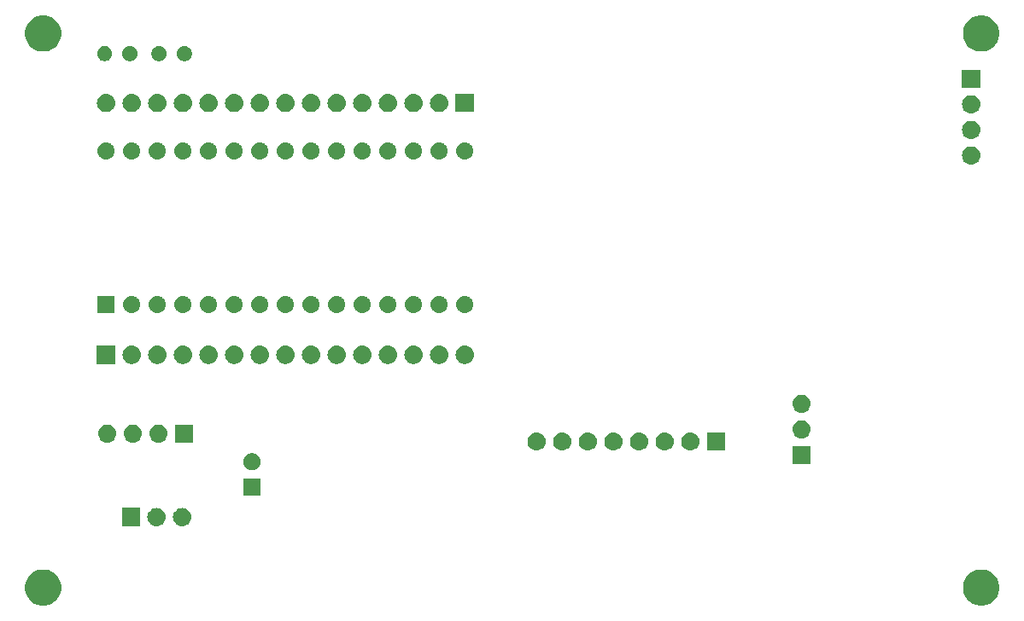
<source format=gbr>
G04 #@! TF.GenerationSoftware,KiCad,Pcbnew,(5.1.2)-2*
G04 #@! TF.CreationDate,2020-05-29T08:27:19+02:00*
G04 #@! TF.ProjectId,Hauptplatine_Arduino,48617570-7470-46c6-9174-696e655f4172,rev?*
G04 #@! TF.SameCoordinates,Original*
G04 #@! TF.FileFunction,Soldermask,Bot*
G04 #@! TF.FilePolarity,Negative*
%FSLAX46Y46*%
G04 Gerber Fmt 4.6, Leading zero omitted, Abs format (unit mm)*
G04 Created by KiCad (PCBNEW (5.1.2)-2) date 2020-05-29 08:27:19*
%MOMM*%
%LPD*%
G04 APERTURE LIST*
%ADD10C,0.100000*%
G04 APERTURE END LIST*
D10*
G36*
X186725331Y-117368211D02*
G01*
X187053092Y-117503974D01*
X187348070Y-117701072D01*
X187598928Y-117951930D01*
X187796026Y-118246908D01*
X187931789Y-118574669D01*
X188001000Y-118922616D01*
X188001000Y-119277384D01*
X187931789Y-119625331D01*
X187796026Y-119953092D01*
X187598928Y-120248070D01*
X187348070Y-120498928D01*
X187053092Y-120696026D01*
X186725331Y-120831789D01*
X186377384Y-120901000D01*
X186022616Y-120901000D01*
X185674669Y-120831789D01*
X185346908Y-120696026D01*
X185051930Y-120498928D01*
X184801072Y-120248070D01*
X184603974Y-119953092D01*
X184468211Y-119625331D01*
X184399000Y-119277384D01*
X184399000Y-118922616D01*
X184468211Y-118574669D01*
X184603974Y-118246908D01*
X184801072Y-117951930D01*
X185051930Y-117701072D01*
X185346908Y-117503974D01*
X185674669Y-117368211D01*
X186022616Y-117299000D01*
X186377384Y-117299000D01*
X186725331Y-117368211D01*
X186725331Y-117368211D01*
G37*
G36*
X93725331Y-117368211D02*
G01*
X94053092Y-117503974D01*
X94348070Y-117701072D01*
X94598928Y-117951930D01*
X94796026Y-118246908D01*
X94931789Y-118574669D01*
X95001000Y-118922616D01*
X95001000Y-119277384D01*
X94931789Y-119625331D01*
X94796026Y-119953092D01*
X94598928Y-120248070D01*
X94348070Y-120498928D01*
X94053092Y-120696026D01*
X93725331Y-120831789D01*
X93377384Y-120901000D01*
X93022616Y-120901000D01*
X92674669Y-120831789D01*
X92346908Y-120696026D01*
X92051930Y-120498928D01*
X91801072Y-120248070D01*
X91603974Y-119953092D01*
X91468211Y-119625331D01*
X91399000Y-119277384D01*
X91399000Y-118922616D01*
X91468211Y-118574669D01*
X91603974Y-118246908D01*
X91801072Y-117951930D01*
X92051930Y-117701072D01*
X92346908Y-117503974D01*
X92674669Y-117368211D01*
X93022616Y-117299000D01*
X93377384Y-117299000D01*
X93725331Y-117368211D01*
X93725331Y-117368211D01*
G37*
G36*
X102801000Y-113001000D02*
G01*
X100999000Y-113001000D01*
X100999000Y-111199000D01*
X102801000Y-111199000D01*
X102801000Y-113001000D01*
X102801000Y-113001000D01*
G37*
G36*
X107090443Y-111205519D02*
G01*
X107156627Y-111212037D01*
X107326466Y-111263557D01*
X107482991Y-111347222D01*
X107518729Y-111376552D01*
X107620186Y-111459814D01*
X107703448Y-111561271D01*
X107732778Y-111597009D01*
X107816443Y-111753534D01*
X107867963Y-111923373D01*
X107885359Y-112100000D01*
X107867963Y-112276627D01*
X107816443Y-112446466D01*
X107732778Y-112602991D01*
X107703448Y-112638729D01*
X107620186Y-112740186D01*
X107518729Y-112823448D01*
X107482991Y-112852778D01*
X107326466Y-112936443D01*
X107156627Y-112987963D01*
X107090443Y-112994481D01*
X107024260Y-113001000D01*
X106935740Y-113001000D01*
X106869557Y-112994481D01*
X106803373Y-112987963D01*
X106633534Y-112936443D01*
X106477009Y-112852778D01*
X106441271Y-112823448D01*
X106339814Y-112740186D01*
X106256552Y-112638729D01*
X106227222Y-112602991D01*
X106143557Y-112446466D01*
X106092037Y-112276627D01*
X106074641Y-112100000D01*
X106092037Y-111923373D01*
X106143557Y-111753534D01*
X106227222Y-111597009D01*
X106256552Y-111561271D01*
X106339814Y-111459814D01*
X106441271Y-111376552D01*
X106477009Y-111347222D01*
X106633534Y-111263557D01*
X106803373Y-111212037D01*
X106869557Y-111205519D01*
X106935740Y-111199000D01*
X107024260Y-111199000D01*
X107090443Y-111205519D01*
X107090443Y-111205519D01*
G37*
G36*
X104550443Y-111205519D02*
G01*
X104616627Y-111212037D01*
X104786466Y-111263557D01*
X104942991Y-111347222D01*
X104978729Y-111376552D01*
X105080186Y-111459814D01*
X105163448Y-111561271D01*
X105192778Y-111597009D01*
X105276443Y-111753534D01*
X105327963Y-111923373D01*
X105345359Y-112100000D01*
X105327963Y-112276627D01*
X105276443Y-112446466D01*
X105192778Y-112602991D01*
X105163448Y-112638729D01*
X105080186Y-112740186D01*
X104978729Y-112823448D01*
X104942991Y-112852778D01*
X104786466Y-112936443D01*
X104616627Y-112987963D01*
X104550443Y-112994481D01*
X104484260Y-113001000D01*
X104395740Y-113001000D01*
X104329557Y-112994481D01*
X104263373Y-112987963D01*
X104093534Y-112936443D01*
X103937009Y-112852778D01*
X103901271Y-112823448D01*
X103799814Y-112740186D01*
X103716552Y-112638729D01*
X103687222Y-112602991D01*
X103603557Y-112446466D01*
X103552037Y-112276627D01*
X103534641Y-112100000D01*
X103552037Y-111923373D01*
X103603557Y-111753534D01*
X103687222Y-111597009D01*
X103716552Y-111561271D01*
X103799814Y-111459814D01*
X103901271Y-111376552D01*
X103937009Y-111347222D01*
X104093534Y-111263557D01*
X104263373Y-111212037D01*
X104329557Y-111205519D01*
X104395740Y-111199000D01*
X104484260Y-111199000D01*
X104550443Y-111205519D01*
X104550443Y-111205519D01*
G37*
G36*
X114761000Y-109971000D02*
G01*
X113059000Y-109971000D01*
X113059000Y-108269000D01*
X114761000Y-108269000D01*
X114761000Y-109971000D01*
X114761000Y-109971000D01*
G37*
G36*
X114158228Y-105801703D02*
G01*
X114313100Y-105865853D01*
X114452481Y-105958985D01*
X114571015Y-106077519D01*
X114664147Y-106216900D01*
X114728297Y-106371772D01*
X114761000Y-106536184D01*
X114761000Y-106703816D01*
X114728297Y-106868228D01*
X114664147Y-107023100D01*
X114571015Y-107162481D01*
X114452481Y-107281015D01*
X114313100Y-107374147D01*
X114158228Y-107438297D01*
X113993816Y-107471000D01*
X113826184Y-107471000D01*
X113661772Y-107438297D01*
X113506900Y-107374147D01*
X113367519Y-107281015D01*
X113248985Y-107162481D01*
X113155853Y-107023100D01*
X113091703Y-106868228D01*
X113059000Y-106703816D01*
X113059000Y-106536184D01*
X113091703Y-106371772D01*
X113155853Y-106216900D01*
X113248985Y-106077519D01*
X113367519Y-105958985D01*
X113506900Y-105865853D01*
X113661772Y-105801703D01*
X113826184Y-105769000D01*
X113993816Y-105769000D01*
X114158228Y-105801703D01*
X114158228Y-105801703D01*
G37*
G36*
X169291000Y-106831000D02*
G01*
X167489000Y-106831000D01*
X167489000Y-105029000D01*
X169291000Y-105029000D01*
X169291000Y-106831000D01*
X169291000Y-106831000D01*
G37*
G36*
X144770442Y-103705518D02*
G01*
X144836627Y-103712037D01*
X145006466Y-103763557D01*
X145162991Y-103847222D01*
X145198729Y-103876552D01*
X145300186Y-103959814D01*
X145383448Y-104061271D01*
X145412778Y-104097009D01*
X145496443Y-104253534D01*
X145547963Y-104423373D01*
X145565359Y-104600000D01*
X145547963Y-104776627D01*
X145496443Y-104946466D01*
X145412778Y-105102991D01*
X145383448Y-105138729D01*
X145300186Y-105240186D01*
X145198729Y-105323448D01*
X145162991Y-105352778D01*
X145006466Y-105436443D01*
X144836627Y-105487963D01*
X144770442Y-105494482D01*
X144704260Y-105501000D01*
X144615740Y-105501000D01*
X144549557Y-105494481D01*
X144483373Y-105487963D01*
X144313534Y-105436443D01*
X144157009Y-105352778D01*
X144121271Y-105323448D01*
X144019814Y-105240186D01*
X143936552Y-105138729D01*
X143907222Y-105102991D01*
X143823557Y-104946466D01*
X143772037Y-104776627D01*
X143754641Y-104600000D01*
X143772037Y-104423373D01*
X143823557Y-104253534D01*
X143907222Y-104097009D01*
X143936552Y-104061271D01*
X144019814Y-103959814D01*
X144121271Y-103876552D01*
X144157009Y-103847222D01*
X144313534Y-103763557D01*
X144483373Y-103712037D01*
X144549557Y-103705519D01*
X144615740Y-103699000D01*
X144704260Y-103699000D01*
X144770442Y-103705518D01*
X144770442Y-103705518D01*
G37*
G36*
X147310442Y-103705518D02*
G01*
X147376627Y-103712037D01*
X147546466Y-103763557D01*
X147702991Y-103847222D01*
X147738729Y-103876552D01*
X147840186Y-103959814D01*
X147923448Y-104061271D01*
X147952778Y-104097009D01*
X148036443Y-104253534D01*
X148087963Y-104423373D01*
X148105359Y-104600000D01*
X148087963Y-104776627D01*
X148036443Y-104946466D01*
X147952778Y-105102991D01*
X147923448Y-105138729D01*
X147840186Y-105240186D01*
X147738729Y-105323448D01*
X147702991Y-105352778D01*
X147546466Y-105436443D01*
X147376627Y-105487963D01*
X147310442Y-105494482D01*
X147244260Y-105501000D01*
X147155740Y-105501000D01*
X147089557Y-105494481D01*
X147023373Y-105487963D01*
X146853534Y-105436443D01*
X146697009Y-105352778D01*
X146661271Y-105323448D01*
X146559814Y-105240186D01*
X146476552Y-105138729D01*
X146447222Y-105102991D01*
X146363557Y-104946466D01*
X146312037Y-104776627D01*
X146294641Y-104600000D01*
X146312037Y-104423373D01*
X146363557Y-104253534D01*
X146447222Y-104097009D01*
X146476552Y-104061271D01*
X146559814Y-103959814D01*
X146661271Y-103876552D01*
X146697009Y-103847222D01*
X146853534Y-103763557D01*
X147023373Y-103712037D01*
X147089557Y-103705519D01*
X147155740Y-103699000D01*
X147244260Y-103699000D01*
X147310442Y-103705518D01*
X147310442Y-103705518D01*
G37*
G36*
X149850442Y-103705518D02*
G01*
X149916627Y-103712037D01*
X150086466Y-103763557D01*
X150242991Y-103847222D01*
X150278729Y-103876552D01*
X150380186Y-103959814D01*
X150463448Y-104061271D01*
X150492778Y-104097009D01*
X150576443Y-104253534D01*
X150627963Y-104423373D01*
X150645359Y-104600000D01*
X150627963Y-104776627D01*
X150576443Y-104946466D01*
X150492778Y-105102991D01*
X150463448Y-105138729D01*
X150380186Y-105240186D01*
X150278729Y-105323448D01*
X150242991Y-105352778D01*
X150086466Y-105436443D01*
X149916627Y-105487963D01*
X149850442Y-105494482D01*
X149784260Y-105501000D01*
X149695740Y-105501000D01*
X149629557Y-105494481D01*
X149563373Y-105487963D01*
X149393534Y-105436443D01*
X149237009Y-105352778D01*
X149201271Y-105323448D01*
X149099814Y-105240186D01*
X149016552Y-105138729D01*
X148987222Y-105102991D01*
X148903557Y-104946466D01*
X148852037Y-104776627D01*
X148834641Y-104600000D01*
X148852037Y-104423373D01*
X148903557Y-104253534D01*
X148987222Y-104097009D01*
X149016552Y-104061271D01*
X149099814Y-103959814D01*
X149201271Y-103876552D01*
X149237009Y-103847222D01*
X149393534Y-103763557D01*
X149563373Y-103712037D01*
X149629557Y-103705519D01*
X149695740Y-103699000D01*
X149784260Y-103699000D01*
X149850442Y-103705518D01*
X149850442Y-103705518D01*
G37*
G36*
X152390442Y-103705518D02*
G01*
X152456627Y-103712037D01*
X152626466Y-103763557D01*
X152782991Y-103847222D01*
X152818729Y-103876552D01*
X152920186Y-103959814D01*
X153003448Y-104061271D01*
X153032778Y-104097009D01*
X153116443Y-104253534D01*
X153167963Y-104423373D01*
X153185359Y-104600000D01*
X153167963Y-104776627D01*
X153116443Y-104946466D01*
X153032778Y-105102991D01*
X153003448Y-105138729D01*
X152920186Y-105240186D01*
X152818729Y-105323448D01*
X152782991Y-105352778D01*
X152626466Y-105436443D01*
X152456627Y-105487963D01*
X152390442Y-105494482D01*
X152324260Y-105501000D01*
X152235740Y-105501000D01*
X152169557Y-105494481D01*
X152103373Y-105487963D01*
X151933534Y-105436443D01*
X151777009Y-105352778D01*
X151741271Y-105323448D01*
X151639814Y-105240186D01*
X151556552Y-105138729D01*
X151527222Y-105102991D01*
X151443557Y-104946466D01*
X151392037Y-104776627D01*
X151374641Y-104600000D01*
X151392037Y-104423373D01*
X151443557Y-104253534D01*
X151527222Y-104097009D01*
X151556552Y-104061271D01*
X151639814Y-103959814D01*
X151741271Y-103876552D01*
X151777009Y-103847222D01*
X151933534Y-103763557D01*
X152103373Y-103712037D01*
X152169557Y-103705519D01*
X152235740Y-103699000D01*
X152324260Y-103699000D01*
X152390442Y-103705518D01*
X152390442Y-103705518D01*
G37*
G36*
X157470442Y-103705518D02*
G01*
X157536627Y-103712037D01*
X157706466Y-103763557D01*
X157862991Y-103847222D01*
X157898729Y-103876552D01*
X158000186Y-103959814D01*
X158083448Y-104061271D01*
X158112778Y-104097009D01*
X158196443Y-104253534D01*
X158247963Y-104423373D01*
X158265359Y-104600000D01*
X158247963Y-104776627D01*
X158196443Y-104946466D01*
X158112778Y-105102991D01*
X158083448Y-105138729D01*
X158000186Y-105240186D01*
X157898729Y-105323448D01*
X157862991Y-105352778D01*
X157706466Y-105436443D01*
X157536627Y-105487963D01*
X157470442Y-105494482D01*
X157404260Y-105501000D01*
X157315740Y-105501000D01*
X157249557Y-105494481D01*
X157183373Y-105487963D01*
X157013534Y-105436443D01*
X156857009Y-105352778D01*
X156821271Y-105323448D01*
X156719814Y-105240186D01*
X156636552Y-105138729D01*
X156607222Y-105102991D01*
X156523557Y-104946466D01*
X156472037Y-104776627D01*
X156454641Y-104600000D01*
X156472037Y-104423373D01*
X156523557Y-104253534D01*
X156607222Y-104097009D01*
X156636552Y-104061271D01*
X156719814Y-103959814D01*
X156821271Y-103876552D01*
X156857009Y-103847222D01*
X157013534Y-103763557D01*
X157183373Y-103712037D01*
X157249557Y-103705519D01*
X157315740Y-103699000D01*
X157404260Y-103699000D01*
X157470442Y-103705518D01*
X157470442Y-103705518D01*
G37*
G36*
X160801000Y-105501000D02*
G01*
X158999000Y-105501000D01*
X158999000Y-103699000D01*
X160801000Y-103699000D01*
X160801000Y-105501000D01*
X160801000Y-105501000D01*
G37*
G36*
X142230442Y-103705518D02*
G01*
X142296627Y-103712037D01*
X142466466Y-103763557D01*
X142622991Y-103847222D01*
X142658729Y-103876552D01*
X142760186Y-103959814D01*
X142843448Y-104061271D01*
X142872778Y-104097009D01*
X142956443Y-104253534D01*
X143007963Y-104423373D01*
X143025359Y-104600000D01*
X143007963Y-104776627D01*
X142956443Y-104946466D01*
X142872778Y-105102991D01*
X142843448Y-105138729D01*
X142760186Y-105240186D01*
X142658729Y-105323448D01*
X142622991Y-105352778D01*
X142466466Y-105436443D01*
X142296627Y-105487963D01*
X142230442Y-105494482D01*
X142164260Y-105501000D01*
X142075740Y-105501000D01*
X142009557Y-105494481D01*
X141943373Y-105487963D01*
X141773534Y-105436443D01*
X141617009Y-105352778D01*
X141581271Y-105323448D01*
X141479814Y-105240186D01*
X141396552Y-105138729D01*
X141367222Y-105102991D01*
X141283557Y-104946466D01*
X141232037Y-104776627D01*
X141214641Y-104600000D01*
X141232037Y-104423373D01*
X141283557Y-104253534D01*
X141367222Y-104097009D01*
X141396552Y-104061271D01*
X141479814Y-103959814D01*
X141581271Y-103876552D01*
X141617009Y-103847222D01*
X141773534Y-103763557D01*
X141943373Y-103712037D01*
X142009557Y-103705519D01*
X142075740Y-103699000D01*
X142164260Y-103699000D01*
X142230442Y-103705518D01*
X142230442Y-103705518D01*
G37*
G36*
X154930442Y-103705518D02*
G01*
X154996627Y-103712037D01*
X155166466Y-103763557D01*
X155322991Y-103847222D01*
X155358729Y-103876552D01*
X155460186Y-103959814D01*
X155543448Y-104061271D01*
X155572778Y-104097009D01*
X155656443Y-104253534D01*
X155707963Y-104423373D01*
X155725359Y-104600000D01*
X155707963Y-104776627D01*
X155656443Y-104946466D01*
X155572778Y-105102991D01*
X155543448Y-105138729D01*
X155460186Y-105240186D01*
X155358729Y-105323448D01*
X155322991Y-105352778D01*
X155166466Y-105436443D01*
X154996627Y-105487963D01*
X154930442Y-105494482D01*
X154864260Y-105501000D01*
X154775740Y-105501000D01*
X154709557Y-105494481D01*
X154643373Y-105487963D01*
X154473534Y-105436443D01*
X154317009Y-105352778D01*
X154281271Y-105323448D01*
X154179814Y-105240186D01*
X154096552Y-105138729D01*
X154067222Y-105102991D01*
X153983557Y-104946466D01*
X153932037Y-104776627D01*
X153914641Y-104600000D01*
X153932037Y-104423373D01*
X153983557Y-104253534D01*
X154067222Y-104097009D01*
X154096552Y-104061271D01*
X154179814Y-103959814D01*
X154281271Y-103876552D01*
X154317009Y-103847222D01*
X154473534Y-103763557D01*
X154643373Y-103712037D01*
X154709557Y-103705519D01*
X154775740Y-103699000D01*
X154864260Y-103699000D01*
X154930442Y-103705518D01*
X154930442Y-103705518D01*
G37*
G36*
X99670442Y-102925518D02*
G01*
X99736627Y-102932037D01*
X99906466Y-102983557D01*
X100062991Y-103067222D01*
X100098729Y-103096552D01*
X100200186Y-103179814D01*
X100283448Y-103281271D01*
X100312778Y-103317009D01*
X100396443Y-103473534D01*
X100447963Y-103643373D01*
X100465359Y-103820000D01*
X100447963Y-103996627D01*
X100396443Y-104166466D01*
X100312778Y-104322991D01*
X100283448Y-104358729D01*
X100200186Y-104460186D01*
X100098729Y-104543448D01*
X100062991Y-104572778D01*
X99906466Y-104656443D01*
X99736627Y-104707963D01*
X99670443Y-104714481D01*
X99604260Y-104721000D01*
X99515740Y-104721000D01*
X99449557Y-104714481D01*
X99383373Y-104707963D01*
X99213534Y-104656443D01*
X99057009Y-104572778D01*
X99021271Y-104543448D01*
X98919814Y-104460186D01*
X98836552Y-104358729D01*
X98807222Y-104322991D01*
X98723557Y-104166466D01*
X98672037Y-103996627D01*
X98654641Y-103820000D01*
X98672037Y-103643373D01*
X98723557Y-103473534D01*
X98807222Y-103317009D01*
X98836552Y-103281271D01*
X98919814Y-103179814D01*
X99021271Y-103096552D01*
X99057009Y-103067222D01*
X99213534Y-102983557D01*
X99383373Y-102932037D01*
X99449557Y-102925519D01*
X99515740Y-102919000D01*
X99604260Y-102919000D01*
X99670442Y-102925518D01*
X99670442Y-102925518D01*
G37*
G36*
X102210442Y-102925518D02*
G01*
X102276627Y-102932037D01*
X102446466Y-102983557D01*
X102602991Y-103067222D01*
X102638729Y-103096552D01*
X102740186Y-103179814D01*
X102823448Y-103281271D01*
X102852778Y-103317009D01*
X102936443Y-103473534D01*
X102987963Y-103643373D01*
X103005359Y-103820000D01*
X102987963Y-103996627D01*
X102936443Y-104166466D01*
X102852778Y-104322991D01*
X102823448Y-104358729D01*
X102740186Y-104460186D01*
X102638729Y-104543448D01*
X102602991Y-104572778D01*
X102446466Y-104656443D01*
X102276627Y-104707963D01*
X102210443Y-104714481D01*
X102144260Y-104721000D01*
X102055740Y-104721000D01*
X101989557Y-104714481D01*
X101923373Y-104707963D01*
X101753534Y-104656443D01*
X101597009Y-104572778D01*
X101561271Y-104543448D01*
X101459814Y-104460186D01*
X101376552Y-104358729D01*
X101347222Y-104322991D01*
X101263557Y-104166466D01*
X101212037Y-103996627D01*
X101194641Y-103820000D01*
X101212037Y-103643373D01*
X101263557Y-103473534D01*
X101347222Y-103317009D01*
X101376552Y-103281271D01*
X101459814Y-103179814D01*
X101561271Y-103096552D01*
X101597009Y-103067222D01*
X101753534Y-102983557D01*
X101923373Y-102932037D01*
X101989557Y-102925519D01*
X102055740Y-102919000D01*
X102144260Y-102919000D01*
X102210442Y-102925518D01*
X102210442Y-102925518D01*
G37*
G36*
X104750442Y-102925518D02*
G01*
X104816627Y-102932037D01*
X104986466Y-102983557D01*
X105142991Y-103067222D01*
X105178729Y-103096552D01*
X105280186Y-103179814D01*
X105363448Y-103281271D01*
X105392778Y-103317009D01*
X105476443Y-103473534D01*
X105527963Y-103643373D01*
X105545359Y-103820000D01*
X105527963Y-103996627D01*
X105476443Y-104166466D01*
X105392778Y-104322991D01*
X105363448Y-104358729D01*
X105280186Y-104460186D01*
X105178729Y-104543448D01*
X105142991Y-104572778D01*
X104986466Y-104656443D01*
X104816627Y-104707963D01*
X104750443Y-104714481D01*
X104684260Y-104721000D01*
X104595740Y-104721000D01*
X104529557Y-104714481D01*
X104463373Y-104707963D01*
X104293534Y-104656443D01*
X104137009Y-104572778D01*
X104101271Y-104543448D01*
X103999814Y-104460186D01*
X103916552Y-104358729D01*
X103887222Y-104322991D01*
X103803557Y-104166466D01*
X103752037Y-103996627D01*
X103734641Y-103820000D01*
X103752037Y-103643373D01*
X103803557Y-103473534D01*
X103887222Y-103317009D01*
X103916552Y-103281271D01*
X103999814Y-103179814D01*
X104101271Y-103096552D01*
X104137009Y-103067222D01*
X104293534Y-102983557D01*
X104463373Y-102932037D01*
X104529557Y-102925519D01*
X104595740Y-102919000D01*
X104684260Y-102919000D01*
X104750442Y-102925518D01*
X104750442Y-102925518D01*
G37*
G36*
X108081000Y-104721000D02*
G01*
X106279000Y-104721000D01*
X106279000Y-102919000D01*
X108081000Y-102919000D01*
X108081000Y-104721000D01*
X108081000Y-104721000D01*
G37*
G36*
X168500442Y-102495518D02*
G01*
X168566627Y-102502037D01*
X168736466Y-102553557D01*
X168892991Y-102637222D01*
X168928729Y-102666552D01*
X169030186Y-102749814D01*
X169113448Y-102851271D01*
X169142778Y-102887009D01*
X169226443Y-103043534D01*
X169277963Y-103213373D01*
X169295359Y-103390000D01*
X169277963Y-103566627D01*
X169226443Y-103736466D01*
X169142778Y-103892991D01*
X169113448Y-103928729D01*
X169030186Y-104030186D01*
X168948758Y-104097011D01*
X168892991Y-104142778D01*
X168736466Y-104226443D01*
X168566627Y-104277963D01*
X168500443Y-104284481D01*
X168434260Y-104291000D01*
X168345740Y-104291000D01*
X168279558Y-104284482D01*
X168213373Y-104277963D01*
X168043534Y-104226443D01*
X167887009Y-104142778D01*
X167831242Y-104097011D01*
X167749814Y-104030186D01*
X167666552Y-103928729D01*
X167637222Y-103892991D01*
X167553557Y-103736466D01*
X167502037Y-103566627D01*
X167484641Y-103390000D01*
X167502037Y-103213373D01*
X167553557Y-103043534D01*
X167637222Y-102887009D01*
X167666552Y-102851271D01*
X167749814Y-102749814D01*
X167851271Y-102666552D01*
X167887009Y-102637222D01*
X168043534Y-102553557D01*
X168213373Y-102502037D01*
X168279557Y-102495519D01*
X168345740Y-102489000D01*
X168434260Y-102489000D01*
X168500442Y-102495518D01*
X168500442Y-102495518D01*
G37*
G36*
X168500443Y-99955519D02*
G01*
X168566627Y-99962037D01*
X168736466Y-100013557D01*
X168892991Y-100097222D01*
X168928729Y-100126552D01*
X169030186Y-100209814D01*
X169113448Y-100311271D01*
X169142778Y-100347009D01*
X169226443Y-100503534D01*
X169277963Y-100673373D01*
X169295359Y-100850000D01*
X169277963Y-101026627D01*
X169226443Y-101196466D01*
X169142778Y-101352991D01*
X169113448Y-101388729D01*
X169030186Y-101490186D01*
X168928729Y-101573448D01*
X168892991Y-101602778D01*
X168736466Y-101686443D01*
X168566627Y-101737963D01*
X168500443Y-101744481D01*
X168434260Y-101751000D01*
X168345740Y-101751000D01*
X168279557Y-101744481D01*
X168213373Y-101737963D01*
X168043534Y-101686443D01*
X167887009Y-101602778D01*
X167851271Y-101573448D01*
X167749814Y-101490186D01*
X167666552Y-101388729D01*
X167637222Y-101352991D01*
X167553557Y-101196466D01*
X167502037Y-101026627D01*
X167484641Y-100850000D01*
X167502037Y-100673373D01*
X167553557Y-100503534D01*
X167637222Y-100347009D01*
X167666552Y-100311271D01*
X167749814Y-100209814D01*
X167851271Y-100126552D01*
X167887009Y-100097222D01*
X168043534Y-100013557D01*
X168213373Y-99962037D01*
X168279558Y-99955518D01*
X168345740Y-99949000D01*
X168434260Y-99949000D01*
X168500443Y-99955519D01*
X168500443Y-99955519D01*
G37*
G36*
X127490443Y-95105519D02*
G01*
X127556627Y-95112037D01*
X127726466Y-95163557D01*
X127882991Y-95247222D01*
X127918729Y-95276552D01*
X128020186Y-95359814D01*
X128103448Y-95461271D01*
X128132778Y-95497009D01*
X128216443Y-95653534D01*
X128267963Y-95823373D01*
X128285359Y-96000000D01*
X128267963Y-96176627D01*
X128216443Y-96346466D01*
X128132778Y-96502991D01*
X128103448Y-96538729D01*
X128020186Y-96640186D01*
X127918729Y-96723448D01*
X127882991Y-96752778D01*
X127726466Y-96836443D01*
X127556627Y-96887963D01*
X127490443Y-96894481D01*
X127424260Y-96901000D01*
X127335740Y-96901000D01*
X127269558Y-96894482D01*
X127203373Y-96887963D01*
X127033534Y-96836443D01*
X126877009Y-96752778D01*
X126841271Y-96723448D01*
X126739814Y-96640186D01*
X126656552Y-96538729D01*
X126627222Y-96502991D01*
X126543557Y-96346466D01*
X126492037Y-96176627D01*
X126474641Y-96000000D01*
X126492037Y-95823373D01*
X126543557Y-95653534D01*
X126627222Y-95497009D01*
X126656552Y-95461271D01*
X126739814Y-95359814D01*
X126841271Y-95276552D01*
X126877009Y-95247222D01*
X127033534Y-95163557D01*
X127203373Y-95112037D01*
X127269558Y-95105518D01*
X127335740Y-95099000D01*
X127424260Y-95099000D01*
X127490443Y-95105519D01*
X127490443Y-95105519D01*
G37*
G36*
X107170443Y-95105519D02*
G01*
X107236627Y-95112037D01*
X107406466Y-95163557D01*
X107562991Y-95247222D01*
X107598729Y-95276552D01*
X107700186Y-95359814D01*
X107783448Y-95461271D01*
X107812778Y-95497009D01*
X107896443Y-95653534D01*
X107947963Y-95823373D01*
X107965359Y-96000000D01*
X107947963Y-96176627D01*
X107896443Y-96346466D01*
X107812778Y-96502991D01*
X107783448Y-96538729D01*
X107700186Y-96640186D01*
X107598729Y-96723448D01*
X107562991Y-96752778D01*
X107406466Y-96836443D01*
X107236627Y-96887963D01*
X107170443Y-96894481D01*
X107104260Y-96901000D01*
X107015740Y-96901000D01*
X106949558Y-96894482D01*
X106883373Y-96887963D01*
X106713534Y-96836443D01*
X106557009Y-96752778D01*
X106521271Y-96723448D01*
X106419814Y-96640186D01*
X106336552Y-96538729D01*
X106307222Y-96502991D01*
X106223557Y-96346466D01*
X106172037Y-96176627D01*
X106154641Y-96000000D01*
X106172037Y-95823373D01*
X106223557Y-95653534D01*
X106307222Y-95497009D01*
X106336552Y-95461271D01*
X106419814Y-95359814D01*
X106521271Y-95276552D01*
X106557009Y-95247222D01*
X106713534Y-95163557D01*
X106883373Y-95112037D01*
X106949557Y-95105519D01*
X107015740Y-95099000D01*
X107104260Y-95099000D01*
X107170443Y-95105519D01*
X107170443Y-95105519D01*
G37*
G36*
X109710443Y-95105519D02*
G01*
X109776627Y-95112037D01*
X109946466Y-95163557D01*
X110102991Y-95247222D01*
X110138729Y-95276552D01*
X110240186Y-95359814D01*
X110323448Y-95461271D01*
X110352778Y-95497009D01*
X110436443Y-95653534D01*
X110487963Y-95823373D01*
X110505359Y-96000000D01*
X110487963Y-96176627D01*
X110436443Y-96346466D01*
X110352778Y-96502991D01*
X110323448Y-96538729D01*
X110240186Y-96640186D01*
X110138729Y-96723448D01*
X110102991Y-96752778D01*
X109946466Y-96836443D01*
X109776627Y-96887963D01*
X109710443Y-96894481D01*
X109644260Y-96901000D01*
X109555740Y-96901000D01*
X109489558Y-96894482D01*
X109423373Y-96887963D01*
X109253534Y-96836443D01*
X109097009Y-96752778D01*
X109061271Y-96723448D01*
X108959814Y-96640186D01*
X108876552Y-96538729D01*
X108847222Y-96502991D01*
X108763557Y-96346466D01*
X108712037Y-96176627D01*
X108694641Y-96000000D01*
X108712037Y-95823373D01*
X108763557Y-95653534D01*
X108847222Y-95497009D01*
X108876552Y-95461271D01*
X108959814Y-95359814D01*
X109061271Y-95276552D01*
X109097009Y-95247222D01*
X109253534Y-95163557D01*
X109423373Y-95112037D01*
X109489558Y-95105518D01*
X109555740Y-95099000D01*
X109644260Y-95099000D01*
X109710443Y-95105519D01*
X109710443Y-95105519D01*
G37*
G36*
X112250443Y-95105519D02*
G01*
X112316627Y-95112037D01*
X112486466Y-95163557D01*
X112642991Y-95247222D01*
X112678729Y-95276552D01*
X112780186Y-95359814D01*
X112863448Y-95461271D01*
X112892778Y-95497009D01*
X112976443Y-95653534D01*
X113027963Y-95823373D01*
X113045359Y-96000000D01*
X113027963Y-96176627D01*
X112976443Y-96346466D01*
X112892778Y-96502991D01*
X112863448Y-96538729D01*
X112780186Y-96640186D01*
X112678729Y-96723448D01*
X112642991Y-96752778D01*
X112486466Y-96836443D01*
X112316627Y-96887963D01*
X112250443Y-96894481D01*
X112184260Y-96901000D01*
X112095740Y-96901000D01*
X112029558Y-96894482D01*
X111963373Y-96887963D01*
X111793534Y-96836443D01*
X111637009Y-96752778D01*
X111601271Y-96723448D01*
X111499814Y-96640186D01*
X111416552Y-96538729D01*
X111387222Y-96502991D01*
X111303557Y-96346466D01*
X111252037Y-96176627D01*
X111234641Y-96000000D01*
X111252037Y-95823373D01*
X111303557Y-95653534D01*
X111387222Y-95497009D01*
X111416552Y-95461271D01*
X111499814Y-95359814D01*
X111601271Y-95276552D01*
X111637009Y-95247222D01*
X111793534Y-95163557D01*
X111963373Y-95112037D01*
X112029558Y-95105518D01*
X112095740Y-95099000D01*
X112184260Y-95099000D01*
X112250443Y-95105519D01*
X112250443Y-95105519D01*
G37*
G36*
X114790443Y-95105519D02*
G01*
X114856627Y-95112037D01*
X115026466Y-95163557D01*
X115182991Y-95247222D01*
X115218729Y-95276552D01*
X115320186Y-95359814D01*
X115403448Y-95461271D01*
X115432778Y-95497009D01*
X115516443Y-95653534D01*
X115567963Y-95823373D01*
X115585359Y-96000000D01*
X115567963Y-96176627D01*
X115516443Y-96346466D01*
X115432778Y-96502991D01*
X115403448Y-96538729D01*
X115320186Y-96640186D01*
X115218729Y-96723448D01*
X115182991Y-96752778D01*
X115026466Y-96836443D01*
X114856627Y-96887963D01*
X114790443Y-96894481D01*
X114724260Y-96901000D01*
X114635740Y-96901000D01*
X114569558Y-96894482D01*
X114503373Y-96887963D01*
X114333534Y-96836443D01*
X114177009Y-96752778D01*
X114141271Y-96723448D01*
X114039814Y-96640186D01*
X113956552Y-96538729D01*
X113927222Y-96502991D01*
X113843557Y-96346466D01*
X113792037Y-96176627D01*
X113774641Y-96000000D01*
X113792037Y-95823373D01*
X113843557Y-95653534D01*
X113927222Y-95497009D01*
X113956552Y-95461271D01*
X114039814Y-95359814D01*
X114141271Y-95276552D01*
X114177009Y-95247222D01*
X114333534Y-95163557D01*
X114503373Y-95112037D01*
X114569558Y-95105518D01*
X114635740Y-95099000D01*
X114724260Y-95099000D01*
X114790443Y-95105519D01*
X114790443Y-95105519D01*
G37*
G36*
X117330443Y-95105519D02*
G01*
X117396627Y-95112037D01*
X117566466Y-95163557D01*
X117722991Y-95247222D01*
X117758729Y-95276552D01*
X117860186Y-95359814D01*
X117943448Y-95461271D01*
X117972778Y-95497009D01*
X118056443Y-95653534D01*
X118107963Y-95823373D01*
X118125359Y-96000000D01*
X118107963Y-96176627D01*
X118056443Y-96346466D01*
X117972778Y-96502991D01*
X117943448Y-96538729D01*
X117860186Y-96640186D01*
X117758729Y-96723448D01*
X117722991Y-96752778D01*
X117566466Y-96836443D01*
X117396627Y-96887963D01*
X117330443Y-96894481D01*
X117264260Y-96901000D01*
X117175740Y-96901000D01*
X117109558Y-96894482D01*
X117043373Y-96887963D01*
X116873534Y-96836443D01*
X116717009Y-96752778D01*
X116681271Y-96723448D01*
X116579814Y-96640186D01*
X116496552Y-96538729D01*
X116467222Y-96502991D01*
X116383557Y-96346466D01*
X116332037Y-96176627D01*
X116314641Y-96000000D01*
X116332037Y-95823373D01*
X116383557Y-95653534D01*
X116467222Y-95497009D01*
X116496552Y-95461271D01*
X116579814Y-95359814D01*
X116681271Y-95276552D01*
X116717009Y-95247222D01*
X116873534Y-95163557D01*
X117043373Y-95112037D01*
X117109558Y-95105518D01*
X117175740Y-95099000D01*
X117264260Y-95099000D01*
X117330443Y-95105519D01*
X117330443Y-95105519D01*
G37*
G36*
X119870443Y-95105519D02*
G01*
X119936627Y-95112037D01*
X120106466Y-95163557D01*
X120262991Y-95247222D01*
X120298729Y-95276552D01*
X120400186Y-95359814D01*
X120483448Y-95461271D01*
X120512778Y-95497009D01*
X120596443Y-95653534D01*
X120647963Y-95823373D01*
X120665359Y-96000000D01*
X120647963Y-96176627D01*
X120596443Y-96346466D01*
X120512778Y-96502991D01*
X120483448Y-96538729D01*
X120400186Y-96640186D01*
X120298729Y-96723448D01*
X120262991Y-96752778D01*
X120106466Y-96836443D01*
X119936627Y-96887963D01*
X119870443Y-96894481D01*
X119804260Y-96901000D01*
X119715740Y-96901000D01*
X119649558Y-96894482D01*
X119583373Y-96887963D01*
X119413534Y-96836443D01*
X119257009Y-96752778D01*
X119221271Y-96723448D01*
X119119814Y-96640186D01*
X119036552Y-96538729D01*
X119007222Y-96502991D01*
X118923557Y-96346466D01*
X118872037Y-96176627D01*
X118854641Y-96000000D01*
X118872037Y-95823373D01*
X118923557Y-95653534D01*
X119007222Y-95497009D01*
X119036552Y-95461271D01*
X119119814Y-95359814D01*
X119221271Y-95276552D01*
X119257009Y-95247222D01*
X119413534Y-95163557D01*
X119583373Y-95112037D01*
X119649558Y-95105518D01*
X119715740Y-95099000D01*
X119804260Y-95099000D01*
X119870443Y-95105519D01*
X119870443Y-95105519D01*
G37*
G36*
X122410443Y-95105519D02*
G01*
X122476627Y-95112037D01*
X122646466Y-95163557D01*
X122802991Y-95247222D01*
X122838729Y-95276552D01*
X122940186Y-95359814D01*
X123023448Y-95461271D01*
X123052778Y-95497009D01*
X123136443Y-95653534D01*
X123187963Y-95823373D01*
X123205359Y-96000000D01*
X123187963Y-96176627D01*
X123136443Y-96346466D01*
X123052778Y-96502991D01*
X123023448Y-96538729D01*
X122940186Y-96640186D01*
X122838729Y-96723448D01*
X122802991Y-96752778D01*
X122646466Y-96836443D01*
X122476627Y-96887963D01*
X122410443Y-96894481D01*
X122344260Y-96901000D01*
X122255740Y-96901000D01*
X122189558Y-96894482D01*
X122123373Y-96887963D01*
X121953534Y-96836443D01*
X121797009Y-96752778D01*
X121761271Y-96723448D01*
X121659814Y-96640186D01*
X121576552Y-96538729D01*
X121547222Y-96502991D01*
X121463557Y-96346466D01*
X121412037Y-96176627D01*
X121394641Y-96000000D01*
X121412037Y-95823373D01*
X121463557Y-95653534D01*
X121547222Y-95497009D01*
X121576552Y-95461271D01*
X121659814Y-95359814D01*
X121761271Y-95276552D01*
X121797009Y-95247222D01*
X121953534Y-95163557D01*
X122123373Y-95112037D01*
X122189558Y-95105518D01*
X122255740Y-95099000D01*
X122344260Y-95099000D01*
X122410443Y-95105519D01*
X122410443Y-95105519D01*
G37*
G36*
X124950443Y-95105519D02*
G01*
X125016627Y-95112037D01*
X125186466Y-95163557D01*
X125342991Y-95247222D01*
X125378729Y-95276552D01*
X125480186Y-95359814D01*
X125563448Y-95461271D01*
X125592778Y-95497009D01*
X125676443Y-95653534D01*
X125727963Y-95823373D01*
X125745359Y-96000000D01*
X125727963Y-96176627D01*
X125676443Y-96346466D01*
X125592778Y-96502991D01*
X125563448Y-96538729D01*
X125480186Y-96640186D01*
X125378729Y-96723448D01*
X125342991Y-96752778D01*
X125186466Y-96836443D01*
X125016627Y-96887963D01*
X124950443Y-96894481D01*
X124884260Y-96901000D01*
X124795740Y-96901000D01*
X124729558Y-96894482D01*
X124663373Y-96887963D01*
X124493534Y-96836443D01*
X124337009Y-96752778D01*
X124301271Y-96723448D01*
X124199814Y-96640186D01*
X124116552Y-96538729D01*
X124087222Y-96502991D01*
X124003557Y-96346466D01*
X123952037Y-96176627D01*
X123934641Y-96000000D01*
X123952037Y-95823373D01*
X124003557Y-95653534D01*
X124087222Y-95497009D01*
X124116552Y-95461271D01*
X124199814Y-95359814D01*
X124301271Y-95276552D01*
X124337009Y-95247222D01*
X124493534Y-95163557D01*
X124663373Y-95112037D01*
X124729558Y-95105518D01*
X124795740Y-95099000D01*
X124884260Y-95099000D01*
X124950443Y-95105519D01*
X124950443Y-95105519D01*
G37*
G36*
X130030443Y-95105519D02*
G01*
X130096627Y-95112037D01*
X130266466Y-95163557D01*
X130422991Y-95247222D01*
X130458729Y-95276552D01*
X130560186Y-95359814D01*
X130643448Y-95461271D01*
X130672778Y-95497009D01*
X130756443Y-95653534D01*
X130807963Y-95823373D01*
X130825359Y-96000000D01*
X130807963Y-96176627D01*
X130756443Y-96346466D01*
X130672778Y-96502991D01*
X130643448Y-96538729D01*
X130560186Y-96640186D01*
X130458729Y-96723448D01*
X130422991Y-96752778D01*
X130266466Y-96836443D01*
X130096627Y-96887963D01*
X130030443Y-96894481D01*
X129964260Y-96901000D01*
X129875740Y-96901000D01*
X129809558Y-96894482D01*
X129743373Y-96887963D01*
X129573534Y-96836443D01*
X129417009Y-96752778D01*
X129381271Y-96723448D01*
X129279814Y-96640186D01*
X129196552Y-96538729D01*
X129167222Y-96502991D01*
X129083557Y-96346466D01*
X129032037Y-96176627D01*
X129014641Y-96000000D01*
X129032037Y-95823373D01*
X129083557Y-95653534D01*
X129167222Y-95497009D01*
X129196552Y-95461271D01*
X129279814Y-95359814D01*
X129381271Y-95276552D01*
X129417009Y-95247222D01*
X129573534Y-95163557D01*
X129743373Y-95112037D01*
X129809558Y-95105518D01*
X129875740Y-95099000D01*
X129964260Y-95099000D01*
X130030443Y-95105519D01*
X130030443Y-95105519D01*
G37*
G36*
X132570443Y-95105519D02*
G01*
X132636627Y-95112037D01*
X132806466Y-95163557D01*
X132962991Y-95247222D01*
X132998729Y-95276552D01*
X133100186Y-95359814D01*
X133183448Y-95461271D01*
X133212778Y-95497009D01*
X133296443Y-95653534D01*
X133347963Y-95823373D01*
X133365359Y-96000000D01*
X133347963Y-96176627D01*
X133296443Y-96346466D01*
X133212778Y-96502991D01*
X133183448Y-96538729D01*
X133100186Y-96640186D01*
X132998729Y-96723448D01*
X132962991Y-96752778D01*
X132806466Y-96836443D01*
X132636627Y-96887963D01*
X132570443Y-96894481D01*
X132504260Y-96901000D01*
X132415740Y-96901000D01*
X132349558Y-96894482D01*
X132283373Y-96887963D01*
X132113534Y-96836443D01*
X131957009Y-96752778D01*
X131921271Y-96723448D01*
X131819814Y-96640186D01*
X131736552Y-96538729D01*
X131707222Y-96502991D01*
X131623557Y-96346466D01*
X131572037Y-96176627D01*
X131554641Y-96000000D01*
X131572037Y-95823373D01*
X131623557Y-95653534D01*
X131707222Y-95497009D01*
X131736552Y-95461271D01*
X131819814Y-95359814D01*
X131921271Y-95276552D01*
X131957009Y-95247222D01*
X132113534Y-95163557D01*
X132283373Y-95112037D01*
X132349558Y-95105518D01*
X132415740Y-95099000D01*
X132504260Y-95099000D01*
X132570443Y-95105519D01*
X132570443Y-95105519D01*
G37*
G36*
X135110443Y-95105519D02*
G01*
X135176627Y-95112037D01*
X135346466Y-95163557D01*
X135502991Y-95247222D01*
X135538729Y-95276552D01*
X135640186Y-95359814D01*
X135723448Y-95461271D01*
X135752778Y-95497009D01*
X135836443Y-95653534D01*
X135887963Y-95823373D01*
X135905359Y-96000000D01*
X135887963Y-96176627D01*
X135836443Y-96346466D01*
X135752778Y-96502991D01*
X135723448Y-96538729D01*
X135640186Y-96640186D01*
X135538729Y-96723448D01*
X135502991Y-96752778D01*
X135346466Y-96836443D01*
X135176627Y-96887963D01*
X135110443Y-96894481D01*
X135044260Y-96901000D01*
X134955740Y-96901000D01*
X134889558Y-96894482D01*
X134823373Y-96887963D01*
X134653534Y-96836443D01*
X134497009Y-96752778D01*
X134461271Y-96723448D01*
X134359814Y-96640186D01*
X134276552Y-96538729D01*
X134247222Y-96502991D01*
X134163557Y-96346466D01*
X134112037Y-96176627D01*
X134094641Y-96000000D01*
X134112037Y-95823373D01*
X134163557Y-95653534D01*
X134247222Y-95497009D01*
X134276552Y-95461271D01*
X134359814Y-95359814D01*
X134461271Y-95276552D01*
X134497009Y-95247222D01*
X134653534Y-95163557D01*
X134823373Y-95112037D01*
X134889558Y-95105518D01*
X134955740Y-95099000D01*
X135044260Y-95099000D01*
X135110443Y-95105519D01*
X135110443Y-95105519D01*
G37*
G36*
X104630443Y-95105519D02*
G01*
X104696627Y-95112037D01*
X104866466Y-95163557D01*
X105022991Y-95247222D01*
X105058729Y-95276552D01*
X105160186Y-95359814D01*
X105243448Y-95461271D01*
X105272778Y-95497009D01*
X105356443Y-95653534D01*
X105407963Y-95823373D01*
X105425359Y-96000000D01*
X105407963Y-96176627D01*
X105356443Y-96346466D01*
X105272778Y-96502991D01*
X105243448Y-96538729D01*
X105160186Y-96640186D01*
X105058729Y-96723448D01*
X105022991Y-96752778D01*
X104866466Y-96836443D01*
X104696627Y-96887963D01*
X104630443Y-96894481D01*
X104564260Y-96901000D01*
X104475740Y-96901000D01*
X104409558Y-96894482D01*
X104343373Y-96887963D01*
X104173534Y-96836443D01*
X104017009Y-96752778D01*
X103981271Y-96723448D01*
X103879814Y-96640186D01*
X103796552Y-96538729D01*
X103767222Y-96502991D01*
X103683557Y-96346466D01*
X103632037Y-96176627D01*
X103614641Y-96000000D01*
X103632037Y-95823373D01*
X103683557Y-95653534D01*
X103767222Y-95497009D01*
X103796552Y-95461271D01*
X103879814Y-95359814D01*
X103981271Y-95276552D01*
X104017009Y-95247222D01*
X104173534Y-95163557D01*
X104343373Y-95112037D01*
X104409557Y-95105519D01*
X104475740Y-95099000D01*
X104564260Y-95099000D01*
X104630443Y-95105519D01*
X104630443Y-95105519D01*
G37*
G36*
X102090443Y-95105519D02*
G01*
X102156627Y-95112037D01*
X102326466Y-95163557D01*
X102482991Y-95247222D01*
X102518729Y-95276552D01*
X102620186Y-95359814D01*
X102703448Y-95461271D01*
X102732778Y-95497009D01*
X102816443Y-95653534D01*
X102867963Y-95823373D01*
X102885359Y-96000000D01*
X102867963Y-96176627D01*
X102816443Y-96346466D01*
X102732778Y-96502991D01*
X102703448Y-96538729D01*
X102620186Y-96640186D01*
X102518729Y-96723448D01*
X102482991Y-96752778D01*
X102326466Y-96836443D01*
X102156627Y-96887963D01*
X102090443Y-96894481D01*
X102024260Y-96901000D01*
X101935740Y-96901000D01*
X101869558Y-96894482D01*
X101803373Y-96887963D01*
X101633534Y-96836443D01*
X101477009Y-96752778D01*
X101441271Y-96723448D01*
X101339814Y-96640186D01*
X101256552Y-96538729D01*
X101227222Y-96502991D01*
X101143557Y-96346466D01*
X101092037Y-96176627D01*
X101074641Y-96000000D01*
X101092037Y-95823373D01*
X101143557Y-95653534D01*
X101227222Y-95497009D01*
X101256552Y-95461271D01*
X101339814Y-95359814D01*
X101441271Y-95276552D01*
X101477009Y-95247222D01*
X101633534Y-95163557D01*
X101803373Y-95112037D01*
X101869557Y-95105519D01*
X101935740Y-95099000D01*
X102024260Y-95099000D01*
X102090443Y-95105519D01*
X102090443Y-95105519D01*
G37*
G36*
X100341000Y-96901000D02*
G01*
X98539000Y-96901000D01*
X98539000Y-95099000D01*
X100341000Y-95099000D01*
X100341000Y-96901000D01*
X100341000Y-96901000D01*
G37*
G36*
X122466823Y-90161313D02*
G01*
X122627242Y-90209976D01*
X122759906Y-90280886D01*
X122775078Y-90288996D01*
X122904659Y-90395341D01*
X123011004Y-90524922D01*
X123011005Y-90524924D01*
X123090024Y-90672758D01*
X123138687Y-90833177D01*
X123155117Y-91000000D01*
X123138687Y-91166823D01*
X123090024Y-91327242D01*
X123019114Y-91459906D01*
X123011004Y-91475078D01*
X122904659Y-91604659D01*
X122775078Y-91711004D01*
X122775076Y-91711005D01*
X122627242Y-91790024D01*
X122466823Y-91838687D01*
X122341804Y-91851000D01*
X122258196Y-91851000D01*
X122133177Y-91838687D01*
X121972758Y-91790024D01*
X121824924Y-91711005D01*
X121824922Y-91711004D01*
X121695341Y-91604659D01*
X121588996Y-91475078D01*
X121580886Y-91459906D01*
X121509976Y-91327242D01*
X121461313Y-91166823D01*
X121444883Y-91000000D01*
X121461313Y-90833177D01*
X121509976Y-90672758D01*
X121588995Y-90524924D01*
X121588996Y-90524922D01*
X121695341Y-90395341D01*
X121824922Y-90288996D01*
X121840094Y-90280886D01*
X121972758Y-90209976D01*
X122133177Y-90161313D01*
X122258196Y-90149000D01*
X122341804Y-90149000D01*
X122466823Y-90161313D01*
X122466823Y-90161313D01*
G37*
G36*
X135166823Y-90161313D02*
G01*
X135327242Y-90209976D01*
X135459906Y-90280886D01*
X135475078Y-90288996D01*
X135604659Y-90395341D01*
X135711004Y-90524922D01*
X135711005Y-90524924D01*
X135790024Y-90672758D01*
X135838687Y-90833177D01*
X135855117Y-91000000D01*
X135838687Y-91166823D01*
X135790024Y-91327242D01*
X135719114Y-91459906D01*
X135711004Y-91475078D01*
X135604659Y-91604659D01*
X135475078Y-91711004D01*
X135475076Y-91711005D01*
X135327242Y-91790024D01*
X135166823Y-91838687D01*
X135041804Y-91851000D01*
X134958196Y-91851000D01*
X134833177Y-91838687D01*
X134672758Y-91790024D01*
X134524924Y-91711005D01*
X134524922Y-91711004D01*
X134395341Y-91604659D01*
X134288996Y-91475078D01*
X134280886Y-91459906D01*
X134209976Y-91327242D01*
X134161313Y-91166823D01*
X134144883Y-91000000D01*
X134161313Y-90833177D01*
X134209976Y-90672758D01*
X134288995Y-90524924D01*
X134288996Y-90524922D01*
X134395341Y-90395341D01*
X134524922Y-90288996D01*
X134540094Y-90280886D01*
X134672758Y-90209976D01*
X134833177Y-90161313D01*
X134958196Y-90149000D01*
X135041804Y-90149000D01*
X135166823Y-90161313D01*
X135166823Y-90161313D01*
G37*
G36*
X132626823Y-90161313D02*
G01*
X132787242Y-90209976D01*
X132919906Y-90280886D01*
X132935078Y-90288996D01*
X133064659Y-90395341D01*
X133171004Y-90524922D01*
X133171005Y-90524924D01*
X133250024Y-90672758D01*
X133298687Y-90833177D01*
X133315117Y-91000000D01*
X133298687Y-91166823D01*
X133250024Y-91327242D01*
X133179114Y-91459906D01*
X133171004Y-91475078D01*
X133064659Y-91604659D01*
X132935078Y-91711004D01*
X132935076Y-91711005D01*
X132787242Y-91790024D01*
X132626823Y-91838687D01*
X132501804Y-91851000D01*
X132418196Y-91851000D01*
X132293177Y-91838687D01*
X132132758Y-91790024D01*
X131984924Y-91711005D01*
X131984922Y-91711004D01*
X131855341Y-91604659D01*
X131748996Y-91475078D01*
X131740886Y-91459906D01*
X131669976Y-91327242D01*
X131621313Y-91166823D01*
X131604883Y-91000000D01*
X131621313Y-90833177D01*
X131669976Y-90672758D01*
X131748995Y-90524924D01*
X131748996Y-90524922D01*
X131855341Y-90395341D01*
X131984922Y-90288996D01*
X132000094Y-90280886D01*
X132132758Y-90209976D01*
X132293177Y-90161313D01*
X132418196Y-90149000D01*
X132501804Y-90149000D01*
X132626823Y-90161313D01*
X132626823Y-90161313D01*
G37*
G36*
X130086823Y-90161313D02*
G01*
X130247242Y-90209976D01*
X130379906Y-90280886D01*
X130395078Y-90288996D01*
X130524659Y-90395341D01*
X130631004Y-90524922D01*
X130631005Y-90524924D01*
X130710024Y-90672758D01*
X130758687Y-90833177D01*
X130775117Y-91000000D01*
X130758687Y-91166823D01*
X130710024Y-91327242D01*
X130639114Y-91459906D01*
X130631004Y-91475078D01*
X130524659Y-91604659D01*
X130395078Y-91711004D01*
X130395076Y-91711005D01*
X130247242Y-91790024D01*
X130086823Y-91838687D01*
X129961804Y-91851000D01*
X129878196Y-91851000D01*
X129753177Y-91838687D01*
X129592758Y-91790024D01*
X129444924Y-91711005D01*
X129444922Y-91711004D01*
X129315341Y-91604659D01*
X129208996Y-91475078D01*
X129200886Y-91459906D01*
X129129976Y-91327242D01*
X129081313Y-91166823D01*
X129064883Y-91000000D01*
X129081313Y-90833177D01*
X129129976Y-90672758D01*
X129208995Y-90524924D01*
X129208996Y-90524922D01*
X129315341Y-90395341D01*
X129444922Y-90288996D01*
X129460094Y-90280886D01*
X129592758Y-90209976D01*
X129753177Y-90161313D01*
X129878196Y-90149000D01*
X129961804Y-90149000D01*
X130086823Y-90161313D01*
X130086823Y-90161313D01*
G37*
G36*
X125006823Y-90161313D02*
G01*
X125167242Y-90209976D01*
X125299906Y-90280886D01*
X125315078Y-90288996D01*
X125444659Y-90395341D01*
X125551004Y-90524922D01*
X125551005Y-90524924D01*
X125630024Y-90672758D01*
X125678687Y-90833177D01*
X125695117Y-91000000D01*
X125678687Y-91166823D01*
X125630024Y-91327242D01*
X125559114Y-91459906D01*
X125551004Y-91475078D01*
X125444659Y-91604659D01*
X125315078Y-91711004D01*
X125315076Y-91711005D01*
X125167242Y-91790024D01*
X125006823Y-91838687D01*
X124881804Y-91851000D01*
X124798196Y-91851000D01*
X124673177Y-91838687D01*
X124512758Y-91790024D01*
X124364924Y-91711005D01*
X124364922Y-91711004D01*
X124235341Y-91604659D01*
X124128996Y-91475078D01*
X124120886Y-91459906D01*
X124049976Y-91327242D01*
X124001313Y-91166823D01*
X123984883Y-91000000D01*
X124001313Y-90833177D01*
X124049976Y-90672758D01*
X124128995Y-90524924D01*
X124128996Y-90524922D01*
X124235341Y-90395341D01*
X124364922Y-90288996D01*
X124380094Y-90280886D01*
X124512758Y-90209976D01*
X124673177Y-90161313D01*
X124798196Y-90149000D01*
X124881804Y-90149000D01*
X125006823Y-90161313D01*
X125006823Y-90161313D01*
G37*
G36*
X127546823Y-90161313D02*
G01*
X127707242Y-90209976D01*
X127839906Y-90280886D01*
X127855078Y-90288996D01*
X127984659Y-90395341D01*
X128091004Y-90524922D01*
X128091005Y-90524924D01*
X128170024Y-90672758D01*
X128218687Y-90833177D01*
X128235117Y-91000000D01*
X128218687Y-91166823D01*
X128170024Y-91327242D01*
X128099114Y-91459906D01*
X128091004Y-91475078D01*
X127984659Y-91604659D01*
X127855078Y-91711004D01*
X127855076Y-91711005D01*
X127707242Y-91790024D01*
X127546823Y-91838687D01*
X127421804Y-91851000D01*
X127338196Y-91851000D01*
X127213177Y-91838687D01*
X127052758Y-91790024D01*
X126904924Y-91711005D01*
X126904922Y-91711004D01*
X126775341Y-91604659D01*
X126668996Y-91475078D01*
X126660886Y-91459906D01*
X126589976Y-91327242D01*
X126541313Y-91166823D01*
X126524883Y-91000000D01*
X126541313Y-90833177D01*
X126589976Y-90672758D01*
X126668995Y-90524924D01*
X126668996Y-90524922D01*
X126775341Y-90395341D01*
X126904922Y-90288996D01*
X126920094Y-90280886D01*
X127052758Y-90209976D01*
X127213177Y-90161313D01*
X127338196Y-90149000D01*
X127421804Y-90149000D01*
X127546823Y-90161313D01*
X127546823Y-90161313D01*
G37*
G36*
X100291000Y-91851000D02*
G01*
X98589000Y-91851000D01*
X98589000Y-90149000D01*
X100291000Y-90149000D01*
X100291000Y-91851000D01*
X100291000Y-91851000D01*
G37*
G36*
X104686823Y-90161313D02*
G01*
X104847242Y-90209976D01*
X104979906Y-90280886D01*
X104995078Y-90288996D01*
X105124659Y-90395341D01*
X105231004Y-90524922D01*
X105231005Y-90524924D01*
X105310024Y-90672758D01*
X105358687Y-90833177D01*
X105375117Y-91000000D01*
X105358687Y-91166823D01*
X105310024Y-91327242D01*
X105239114Y-91459906D01*
X105231004Y-91475078D01*
X105124659Y-91604659D01*
X104995078Y-91711004D01*
X104995076Y-91711005D01*
X104847242Y-91790024D01*
X104686823Y-91838687D01*
X104561804Y-91851000D01*
X104478196Y-91851000D01*
X104353177Y-91838687D01*
X104192758Y-91790024D01*
X104044924Y-91711005D01*
X104044922Y-91711004D01*
X103915341Y-91604659D01*
X103808996Y-91475078D01*
X103800886Y-91459906D01*
X103729976Y-91327242D01*
X103681313Y-91166823D01*
X103664883Y-91000000D01*
X103681313Y-90833177D01*
X103729976Y-90672758D01*
X103808995Y-90524924D01*
X103808996Y-90524922D01*
X103915341Y-90395341D01*
X104044922Y-90288996D01*
X104060094Y-90280886D01*
X104192758Y-90209976D01*
X104353177Y-90161313D01*
X104478196Y-90149000D01*
X104561804Y-90149000D01*
X104686823Y-90161313D01*
X104686823Y-90161313D01*
G37*
G36*
X102146823Y-90161313D02*
G01*
X102307242Y-90209976D01*
X102439906Y-90280886D01*
X102455078Y-90288996D01*
X102584659Y-90395341D01*
X102691004Y-90524922D01*
X102691005Y-90524924D01*
X102770024Y-90672758D01*
X102818687Y-90833177D01*
X102835117Y-91000000D01*
X102818687Y-91166823D01*
X102770024Y-91327242D01*
X102699114Y-91459906D01*
X102691004Y-91475078D01*
X102584659Y-91604659D01*
X102455078Y-91711004D01*
X102455076Y-91711005D01*
X102307242Y-91790024D01*
X102146823Y-91838687D01*
X102021804Y-91851000D01*
X101938196Y-91851000D01*
X101813177Y-91838687D01*
X101652758Y-91790024D01*
X101504924Y-91711005D01*
X101504922Y-91711004D01*
X101375341Y-91604659D01*
X101268996Y-91475078D01*
X101260886Y-91459906D01*
X101189976Y-91327242D01*
X101141313Y-91166823D01*
X101124883Y-91000000D01*
X101141313Y-90833177D01*
X101189976Y-90672758D01*
X101268995Y-90524924D01*
X101268996Y-90524922D01*
X101375341Y-90395341D01*
X101504922Y-90288996D01*
X101520094Y-90280886D01*
X101652758Y-90209976D01*
X101813177Y-90161313D01*
X101938196Y-90149000D01*
X102021804Y-90149000D01*
X102146823Y-90161313D01*
X102146823Y-90161313D01*
G37*
G36*
X119926823Y-90161313D02*
G01*
X120087242Y-90209976D01*
X120219906Y-90280886D01*
X120235078Y-90288996D01*
X120364659Y-90395341D01*
X120471004Y-90524922D01*
X120471005Y-90524924D01*
X120550024Y-90672758D01*
X120598687Y-90833177D01*
X120615117Y-91000000D01*
X120598687Y-91166823D01*
X120550024Y-91327242D01*
X120479114Y-91459906D01*
X120471004Y-91475078D01*
X120364659Y-91604659D01*
X120235078Y-91711004D01*
X120235076Y-91711005D01*
X120087242Y-91790024D01*
X119926823Y-91838687D01*
X119801804Y-91851000D01*
X119718196Y-91851000D01*
X119593177Y-91838687D01*
X119432758Y-91790024D01*
X119284924Y-91711005D01*
X119284922Y-91711004D01*
X119155341Y-91604659D01*
X119048996Y-91475078D01*
X119040886Y-91459906D01*
X118969976Y-91327242D01*
X118921313Y-91166823D01*
X118904883Y-91000000D01*
X118921313Y-90833177D01*
X118969976Y-90672758D01*
X119048995Y-90524924D01*
X119048996Y-90524922D01*
X119155341Y-90395341D01*
X119284922Y-90288996D01*
X119300094Y-90280886D01*
X119432758Y-90209976D01*
X119593177Y-90161313D01*
X119718196Y-90149000D01*
X119801804Y-90149000D01*
X119926823Y-90161313D01*
X119926823Y-90161313D01*
G37*
G36*
X117386823Y-90161313D02*
G01*
X117547242Y-90209976D01*
X117679906Y-90280886D01*
X117695078Y-90288996D01*
X117824659Y-90395341D01*
X117931004Y-90524922D01*
X117931005Y-90524924D01*
X118010024Y-90672758D01*
X118058687Y-90833177D01*
X118075117Y-91000000D01*
X118058687Y-91166823D01*
X118010024Y-91327242D01*
X117939114Y-91459906D01*
X117931004Y-91475078D01*
X117824659Y-91604659D01*
X117695078Y-91711004D01*
X117695076Y-91711005D01*
X117547242Y-91790024D01*
X117386823Y-91838687D01*
X117261804Y-91851000D01*
X117178196Y-91851000D01*
X117053177Y-91838687D01*
X116892758Y-91790024D01*
X116744924Y-91711005D01*
X116744922Y-91711004D01*
X116615341Y-91604659D01*
X116508996Y-91475078D01*
X116500886Y-91459906D01*
X116429976Y-91327242D01*
X116381313Y-91166823D01*
X116364883Y-91000000D01*
X116381313Y-90833177D01*
X116429976Y-90672758D01*
X116508995Y-90524924D01*
X116508996Y-90524922D01*
X116615341Y-90395341D01*
X116744922Y-90288996D01*
X116760094Y-90280886D01*
X116892758Y-90209976D01*
X117053177Y-90161313D01*
X117178196Y-90149000D01*
X117261804Y-90149000D01*
X117386823Y-90161313D01*
X117386823Y-90161313D01*
G37*
G36*
X114846823Y-90161313D02*
G01*
X115007242Y-90209976D01*
X115139906Y-90280886D01*
X115155078Y-90288996D01*
X115284659Y-90395341D01*
X115391004Y-90524922D01*
X115391005Y-90524924D01*
X115470024Y-90672758D01*
X115518687Y-90833177D01*
X115535117Y-91000000D01*
X115518687Y-91166823D01*
X115470024Y-91327242D01*
X115399114Y-91459906D01*
X115391004Y-91475078D01*
X115284659Y-91604659D01*
X115155078Y-91711004D01*
X115155076Y-91711005D01*
X115007242Y-91790024D01*
X114846823Y-91838687D01*
X114721804Y-91851000D01*
X114638196Y-91851000D01*
X114513177Y-91838687D01*
X114352758Y-91790024D01*
X114204924Y-91711005D01*
X114204922Y-91711004D01*
X114075341Y-91604659D01*
X113968996Y-91475078D01*
X113960886Y-91459906D01*
X113889976Y-91327242D01*
X113841313Y-91166823D01*
X113824883Y-91000000D01*
X113841313Y-90833177D01*
X113889976Y-90672758D01*
X113968995Y-90524924D01*
X113968996Y-90524922D01*
X114075341Y-90395341D01*
X114204922Y-90288996D01*
X114220094Y-90280886D01*
X114352758Y-90209976D01*
X114513177Y-90161313D01*
X114638196Y-90149000D01*
X114721804Y-90149000D01*
X114846823Y-90161313D01*
X114846823Y-90161313D01*
G37*
G36*
X109766823Y-90161313D02*
G01*
X109927242Y-90209976D01*
X110059906Y-90280886D01*
X110075078Y-90288996D01*
X110204659Y-90395341D01*
X110311004Y-90524922D01*
X110311005Y-90524924D01*
X110390024Y-90672758D01*
X110438687Y-90833177D01*
X110455117Y-91000000D01*
X110438687Y-91166823D01*
X110390024Y-91327242D01*
X110319114Y-91459906D01*
X110311004Y-91475078D01*
X110204659Y-91604659D01*
X110075078Y-91711004D01*
X110075076Y-91711005D01*
X109927242Y-91790024D01*
X109766823Y-91838687D01*
X109641804Y-91851000D01*
X109558196Y-91851000D01*
X109433177Y-91838687D01*
X109272758Y-91790024D01*
X109124924Y-91711005D01*
X109124922Y-91711004D01*
X108995341Y-91604659D01*
X108888996Y-91475078D01*
X108880886Y-91459906D01*
X108809976Y-91327242D01*
X108761313Y-91166823D01*
X108744883Y-91000000D01*
X108761313Y-90833177D01*
X108809976Y-90672758D01*
X108888995Y-90524924D01*
X108888996Y-90524922D01*
X108995341Y-90395341D01*
X109124922Y-90288996D01*
X109140094Y-90280886D01*
X109272758Y-90209976D01*
X109433177Y-90161313D01*
X109558196Y-90149000D01*
X109641804Y-90149000D01*
X109766823Y-90161313D01*
X109766823Y-90161313D01*
G37*
G36*
X107226823Y-90161313D02*
G01*
X107387242Y-90209976D01*
X107519906Y-90280886D01*
X107535078Y-90288996D01*
X107664659Y-90395341D01*
X107771004Y-90524922D01*
X107771005Y-90524924D01*
X107850024Y-90672758D01*
X107898687Y-90833177D01*
X107915117Y-91000000D01*
X107898687Y-91166823D01*
X107850024Y-91327242D01*
X107779114Y-91459906D01*
X107771004Y-91475078D01*
X107664659Y-91604659D01*
X107535078Y-91711004D01*
X107535076Y-91711005D01*
X107387242Y-91790024D01*
X107226823Y-91838687D01*
X107101804Y-91851000D01*
X107018196Y-91851000D01*
X106893177Y-91838687D01*
X106732758Y-91790024D01*
X106584924Y-91711005D01*
X106584922Y-91711004D01*
X106455341Y-91604659D01*
X106348996Y-91475078D01*
X106340886Y-91459906D01*
X106269976Y-91327242D01*
X106221313Y-91166823D01*
X106204883Y-91000000D01*
X106221313Y-90833177D01*
X106269976Y-90672758D01*
X106348995Y-90524924D01*
X106348996Y-90524922D01*
X106455341Y-90395341D01*
X106584922Y-90288996D01*
X106600094Y-90280886D01*
X106732758Y-90209976D01*
X106893177Y-90161313D01*
X107018196Y-90149000D01*
X107101804Y-90149000D01*
X107226823Y-90161313D01*
X107226823Y-90161313D01*
G37*
G36*
X112306823Y-90161313D02*
G01*
X112467242Y-90209976D01*
X112599906Y-90280886D01*
X112615078Y-90288996D01*
X112744659Y-90395341D01*
X112851004Y-90524922D01*
X112851005Y-90524924D01*
X112930024Y-90672758D01*
X112978687Y-90833177D01*
X112995117Y-91000000D01*
X112978687Y-91166823D01*
X112930024Y-91327242D01*
X112859114Y-91459906D01*
X112851004Y-91475078D01*
X112744659Y-91604659D01*
X112615078Y-91711004D01*
X112615076Y-91711005D01*
X112467242Y-91790024D01*
X112306823Y-91838687D01*
X112181804Y-91851000D01*
X112098196Y-91851000D01*
X111973177Y-91838687D01*
X111812758Y-91790024D01*
X111664924Y-91711005D01*
X111664922Y-91711004D01*
X111535341Y-91604659D01*
X111428996Y-91475078D01*
X111420886Y-91459906D01*
X111349976Y-91327242D01*
X111301313Y-91166823D01*
X111284883Y-91000000D01*
X111301313Y-90833177D01*
X111349976Y-90672758D01*
X111428995Y-90524924D01*
X111428996Y-90524922D01*
X111535341Y-90395341D01*
X111664922Y-90288996D01*
X111680094Y-90280886D01*
X111812758Y-90209976D01*
X111973177Y-90161313D01*
X112098196Y-90149000D01*
X112181804Y-90149000D01*
X112306823Y-90161313D01*
X112306823Y-90161313D01*
G37*
G36*
X185310442Y-75325518D02*
G01*
X185376627Y-75332037D01*
X185546466Y-75383557D01*
X185702991Y-75467222D01*
X185738729Y-75496552D01*
X185840186Y-75579814D01*
X185923448Y-75681271D01*
X185952778Y-75717009D01*
X186036443Y-75873534D01*
X186087963Y-76043373D01*
X186105359Y-76220000D01*
X186087963Y-76396627D01*
X186036443Y-76566466D01*
X185952778Y-76722991D01*
X185923448Y-76758729D01*
X185840186Y-76860186D01*
X185738729Y-76943448D01*
X185702991Y-76972778D01*
X185546466Y-77056443D01*
X185376627Y-77107963D01*
X185310442Y-77114482D01*
X185244260Y-77121000D01*
X185155740Y-77121000D01*
X185089558Y-77114482D01*
X185023373Y-77107963D01*
X184853534Y-77056443D01*
X184697009Y-76972778D01*
X184661271Y-76943448D01*
X184559814Y-76860186D01*
X184476552Y-76758729D01*
X184447222Y-76722991D01*
X184363557Y-76566466D01*
X184312037Y-76396627D01*
X184294641Y-76220000D01*
X184312037Y-76043373D01*
X184363557Y-75873534D01*
X184447222Y-75717009D01*
X184476552Y-75681271D01*
X184559814Y-75579814D01*
X184661271Y-75496552D01*
X184697009Y-75467222D01*
X184853534Y-75383557D01*
X185023373Y-75332037D01*
X185089558Y-75325518D01*
X185155740Y-75319000D01*
X185244260Y-75319000D01*
X185310442Y-75325518D01*
X185310442Y-75325518D01*
G37*
G36*
X112306823Y-74921313D02*
G01*
X112467242Y-74969976D01*
X112599906Y-75040886D01*
X112615078Y-75048996D01*
X112744659Y-75155341D01*
X112851004Y-75284922D01*
X112851005Y-75284924D01*
X112930024Y-75432758D01*
X112978687Y-75593177D01*
X112995117Y-75760000D01*
X112978687Y-75926823D01*
X112930024Y-76087242D01*
X112859114Y-76219906D01*
X112851004Y-76235078D01*
X112744659Y-76364659D01*
X112615078Y-76471004D01*
X112615076Y-76471005D01*
X112467242Y-76550024D01*
X112306823Y-76598687D01*
X112181804Y-76611000D01*
X112098196Y-76611000D01*
X111973177Y-76598687D01*
X111812758Y-76550024D01*
X111664924Y-76471005D01*
X111664922Y-76471004D01*
X111535341Y-76364659D01*
X111428996Y-76235078D01*
X111420886Y-76219906D01*
X111349976Y-76087242D01*
X111301313Y-75926823D01*
X111284883Y-75760000D01*
X111301313Y-75593177D01*
X111349976Y-75432758D01*
X111428995Y-75284924D01*
X111428996Y-75284922D01*
X111535341Y-75155341D01*
X111664922Y-75048996D01*
X111680094Y-75040886D01*
X111812758Y-74969976D01*
X111973177Y-74921313D01*
X112098196Y-74909000D01*
X112181804Y-74909000D01*
X112306823Y-74921313D01*
X112306823Y-74921313D01*
G37*
G36*
X135166823Y-74921313D02*
G01*
X135327242Y-74969976D01*
X135459906Y-75040886D01*
X135475078Y-75048996D01*
X135604659Y-75155341D01*
X135711004Y-75284922D01*
X135711005Y-75284924D01*
X135790024Y-75432758D01*
X135838687Y-75593177D01*
X135855117Y-75760000D01*
X135838687Y-75926823D01*
X135790024Y-76087242D01*
X135719114Y-76219906D01*
X135711004Y-76235078D01*
X135604659Y-76364659D01*
X135475078Y-76471004D01*
X135475076Y-76471005D01*
X135327242Y-76550024D01*
X135166823Y-76598687D01*
X135041804Y-76611000D01*
X134958196Y-76611000D01*
X134833177Y-76598687D01*
X134672758Y-76550024D01*
X134524924Y-76471005D01*
X134524922Y-76471004D01*
X134395341Y-76364659D01*
X134288996Y-76235078D01*
X134280886Y-76219906D01*
X134209976Y-76087242D01*
X134161313Y-75926823D01*
X134144883Y-75760000D01*
X134161313Y-75593177D01*
X134209976Y-75432758D01*
X134288995Y-75284924D01*
X134288996Y-75284922D01*
X134395341Y-75155341D01*
X134524922Y-75048996D01*
X134540094Y-75040886D01*
X134672758Y-74969976D01*
X134833177Y-74921313D01*
X134958196Y-74909000D01*
X135041804Y-74909000D01*
X135166823Y-74921313D01*
X135166823Y-74921313D01*
G37*
G36*
X132626823Y-74921313D02*
G01*
X132787242Y-74969976D01*
X132919906Y-75040886D01*
X132935078Y-75048996D01*
X133064659Y-75155341D01*
X133171004Y-75284922D01*
X133171005Y-75284924D01*
X133250024Y-75432758D01*
X133298687Y-75593177D01*
X133315117Y-75760000D01*
X133298687Y-75926823D01*
X133250024Y-76087242D01*
X133179114Y-76219906D01*
X133171004Y-76235078D01*
X133064659Y-76364659D01*
X132935078Y-76471004D01*
X132935076Y-76471005D01*
X132787242Y-76550024D01*
X132626823Y-76598687D01*
X132501804Y-76611000D01*
X132418196Y-76611000D01*
X132293177Y-76598687D01*
X132132758Y-76550024D01*
X131984924Y-76471005D01*
X131984922Y-76471004D01*
X131855341Y-76364659D01*
X131748996Y-76235078D01*
X131740886Y-76219906D01*
X131669976Y-76087242D01*
X131621313Y-75926823D01*
X131604883Y-75760000D01*
X131621313Y-75593177D01*
X131669976Y-75432758D01*
X131748995Y-75284924D01*
X131748996Y-75284922D01*
X131855341Y-75155341D01*
X131984922Y-75048996D01*
X132000094Y-75040886D01*
X132132758Y-74969976D01*
X132293177Y-74921313D01*
X132418196Y-74909000D01*
X132501804Y-74909000D01*
X132626823Y-74921313D01*
X132626823Y-74921313D01*
G37*
G36*
X127546823Y-74921313D02*
G01*
X127707242Y-74969976D01*
X127839906Y-75040886D01*
X127855078Y-75048996D01*
X127984659Y-75155341D01*
X128091004Y-75284922D01*
X128091005Y-75284924D01*
X128170024Y-75432758D01*
X128218687Y-75593177D01*
X128235117Y-75760000D01*
X128218687Y-75926823D01*
X128170024Y-76087242D01*
X128099114Y-76219906D01*
X128091004Y-76235078D01*
X127984659Y-76364659D01*
X127855078Y-76471004D01*
X127855076Y-76471005D01*
X127707242Y-76550024D01*
X127546823Y-76598687D01*
X127421804Y-76611000D01*
X127338196Y-76611000D01*
X127213177Y-76598687D01*
X127052758Y-76550024D01*
X126904924Y-76471005D01*
X126904922Y-76471004D01*
X126775341Y-76364659D01*
X126668996Y-76235078D01*
X126660886Y-76219906D01*
X126589976Y-76087242D01*
X126541313Y-75926823D01*
X126524883Y-75760000D01*
X126541313Y-75593177D01*
X126589976Y-75432758D01*
X126668995Y-75284924D01*
X126668996Y-75284922D01*
X126775341Y-75155341D01*
X126904922Y-75048996D01*
X126920094Y-75040886D01*
X127052758Y-74969976D01*
X127213177Y-74921313D01*
X127338196Y-74909000D01*
X127421804Y-74909000D01*
X127546823Y-74921313D01*
X127546823Y-74921313D01*
G37*
G36*
X114846823Y-74921313D02*
G01*
X115007242Y-74969976D01*
X115139906Y-75040886D01*
X115155078Y-75048996D01*
X115284659Y-75155341D01*
X115391004Y-75284922D01*
X115391005Y-75284924D01*
X115470024Y-75432758D01*
X115518687Y-75593177D01*
X115535117Y-75760000D01*
X115518687Y-75926823D01*
X115470024Y-76087242D01*
X115399114Y-76219906D01*
X115391004Y-76235078D01*
X115284659Y-76364659D01*
X115155078Y-76471004D01*
X115155076Y-76471005D01*
X115007242Y-76550024D01*
X114846823Y-76598687D01*
X114721804Y-76611000D01*
X114638196Y-76611000D01*
X114513177Y-76598687D01*
X114352758Y-76550024D01*
X114204924Y-76471005D01*
X114204922Y-76471004D01*
X114075341Y-76364659D01*
X113968996Y-76235078D01*
X113960886Y-76219906D01*
X113889976Y-76087242D01*
X113841313Y-75926823D01*
X113824883Y-75760000D01*
X113841313Y-75593177D01*
X113889976Y-75432758D01*
X113968995Y-75284924D01*
X113968996Y-75284922D01*
X114075341Y-75155341D01*
X114204922Y-75048996D01*
X114220094Y-75040886D01*
X114352758Y-74969976D01*
X114513177Y-74921313D01*
X114638196Y-74909000D01*
X114721804Y-74909000D01*
X114846823Y-74921313D01*
X114846823Y-74921313D01*
G37*
G36*
X130086823Y-74921313D02*
G01*
X130247242Y-74969976D01*
X130379906Y-75040886D01*
X130395078Y-75048996D01*
X130524659Y-75155341D01*
X130631004Y-75284922D01*
X130631005Y-75284924D01*
X130710024Y-75432758D01*
X130758687Y-75593177D01*
X130775117Y-75760000D01*
X130758687Y-75926823D01*
X130710024Y-76087242D01*
X130639114Y-76219906D01*
X130631004Y-76235078D01*
X130524659Y-76364659D01*
X130395078Y-76471004D01*
X130395076Y-76471005D01*
X130247242Y-76550024D01*
X130086823Y-76598687D01*
X129961804Y-76611000D01*
X129878196Y-76611000D01*
X129753177Y-76598687D01*
X129592758Y-76550024D01*
X129444924Y-76471005D01*
X129444922Y-76471004D01*
X129315341Y-76364659D01*
X129208996Y-76235078D01*
X129200886Y-76219906D01*
X129129976Y-76087242D01*
X129081313Y-75926823D01*
X129064883Y-75760000D01*
X129081313Y-75593177D01*
X129129976Y-75432758D01*
X129208995Y-75284924D01*
X129208996Y-75284922D01*
X129315341Y-75155341D01*
X129444922Y-75048996D01*
X129460094Y-75040886D01*
X129592758Y-74969976D01*
X129753177Y-74921313D01*
X129878196Y-74909000D01*
X129961804Y-74909000D01*
X130086823Y-74921313D01*
X130086823Y-74921313D01*
G37*
G36*
X122466823Y-74921313D02*
G01*
X122627242Y-74969976D01*
X122759906Y-75040886D01*
X122775078Y-75048996D01*
X122904659Y-75155341D01*
X123011004Y-75284922D01*
X123011005Y-75284924D01*
X123090024Y-75432758D01*
X123138687Y-75593177D01*
X123155117Y-75760000D01*
X123138687Y-75926823D01*
X123090024Y-76087242D01*
X123019114Y-76219906D01*
X123011004Y-76235078D01*
X122904659Y-76364659D01*
X122775078Y-76471004D01*
X122775076Y-76471005D01*
X122627242Y-76550024D01*
X122466823Y-76598687D01*
X122341804Y-76611000D01*
X122258196Y-76611000D01*
X122133177Y-76598687D01*
X121972758Y-76550024D01*
X121824924Y-76471005D01*
X121824922Y-76471004D01*
X121695341Y-76364659D01*
X121588996Y-76235078D01*
X121580886Y-76219906D01*
X121509976Y-76087242D01*
X121461313Y-75926823D01*
X121444883Y-75760000D01*
X121461313Y-75593177D01*
X121509976Y-75432758D01*
X121588995Y-75284924D01*
X121588996Y-75284922D01*
X121695341Y-75155341D01*
X121824922Y-75048996D01*
X121840094Y-75040886D01*
X121972758Y-74969976D01*
X122133177Y-74921313D01*
X122258196Y-74909000D01*
X122341804Y-74909000D01*
X122466823Y-74921313D01*
X122466823Y-74921313D01*
G37*
G36*
X119926823Y-74921313D02*
G01*
X120087242Y-74969976D01*
X120219906Y-75040886D01*
X120235078Y-75048996D01*
X120364659Y-75155341D01*
X120471004Y-75284922D01*
X120471005Y-75284924D01*
X120550024Y-75432758D01*
X120598687Y-75593177D01*
X120615117Y-75760000D01*
X120598687Y-75926823D01*
X120550024Y-76087242D01*
X120479114Y-76219906D01*
X120471004Y-76235078D01*
X120364659Y-76364659D01*
X120235078Y-76471004D01*
X120235076Y-76471005D01*
X120087242Y-76550024D01*
X119926823Y-76598687D01*
X119801804Y-76611000D01*
X119718196Y-76611000D01*
X119593177Y-76598687D01*
X119432758Y-76550024D01*
X119284924Y-76471005D01*
X119284922Y-76471004D01*
X119155341Y-76364659D01*
X119048996Y-76235078D01*
X119040886Y-76219906D01*
X118969976Y-76087242D01*
X118921313Y-75926823D01*
X118904883Y-75760000D01*
X118921313Y-75593177D01*
X118969976Y-75432758D01*
X119048995Y-75284924D01*
X119048996Y-75284922D01*
X119155341Y-75155341D01*
X119284922Y-75048996D01*
X119300094Y-75040886D01*
X119432758Y-74969976D01*
X119593177Y-74921313D01*
X119718196Y-74909000D01*
X119801804Y-74909000D01*
X119926823Y-74921313D01*
X119926823Y-74921313D01*
G37*
G36*
X117386823Y-74921313D02*
G01*
X117547242Y-74969976D01*
X117679906Y-75040886D01*
X117695078Y-75048996D01*
X117824659Y-75155341D01*
X117931004Y-75284922D01*
X117931005Y-75284924D01*
X118010024Y-75432758D01*
X118058687Y-75593177D01*
X118075117Y-75760000D01*
X118058687Y-75926823D01*
X118010024Y-76087242D01*
X117939114Y-76219906D01*
X117931004Y-76235078D01*
X117824659Y-76364659D01*
X117695078Y-76471004D01*
X117695076Y-76471005D01*
X117547242Y-76550024D01*
X117386823Y-76598687D01*
X117261804Y-76611000D01*
X117178196Y-76611000D01*
X117053177Y-76598687D01*
X116892758Y-76550024D01*
X116744924Y-76471005D01*
X116744922Y-76471004D01*
X116615341Y-76364659D01*
X116508996Y-76235078D01*
X116500886Y-76219906D01*
X116429976Y-76087242D01*
X116381313Y-75926823D01*
X116364883Y-75760000D01*
X116381313Y-75593177D01*
X116429976Y-75432758D01*
X116508995Y-75284924D01*
X116508996Y-75284922D01*
X116615341Y-75155341D01*
X116744922Y-75048996D01*
X116760094Y-75040886D01*
X116892758Y-74969976D01*
X117053177Y-74921313D01*
X117178196Y-74909000D01*
X117261804Y-74909000D01*
X117386823Y-74921313D01*
X117386823Y-74921313D01*
G37*
G36*
X109766823Y-74921313D02*
G01*
X109927242Y-74969976D01*
X110059906Y-75040886D01*
X110075078Y-75048996D01*
X110204659Y-75155341D01*
X110311004Y-75284922D01*
X110311005Y-75284924D01*
X110390024Y-75432758D01*
X110438687Y-75593177D01*
X110455117Y-75760000D01*
X110438687Y-75926823D01*
X110390024Y-76087242D01*
X110319114Y-76219906D01*
X110311004Y-76235078D01*
X110204659Y-76364659D01*
X110075078Y-76471004D01*
X110075076Y-76471005D01*
X109927242Y-76550024D01*
X109766823Y-76598687D01*
X109641804Y-76611000D01*
X109558196Y-76611000D01*
X109433177Y-76598687D01*
X109272758Y-76550024D01*
X109124924Y-76471005D01*
X109124922Y-76471004D01*
X108995341Y-76364659D01*
X108888996Y-76235078D01*
X108880886Y-76219906D01*
X108809976Y-76087242D01*
X108761313Y-75926823D01*
X108744883Y-75760000D01*
X108761313Y-75593177D01*
X108809976Y-75432758D01*
X108888995Y-75284924D01*
X108888996Y-75284922D01*
X108995341Y-75155341D01*
X109124922Y-75048996D01*
X109140094Y-75040886D01*
X109272758Y-74969976D01*
X109433177Y-74921313D01*
X109558196Y-74909000D01*
X109641804Y-74909000D01*
X109766823Y-74921313D01*
X109766823Y-74921313D01*
G37*
G36*
X107226823Y-74921313D02*
G01*
X107387242Y-74969976D01*
X107519906Y-75040886D01*
X107535078Y-75048996D01*
X107664659Y-75155341D01*
X107771004Y-75284922D01*
X107771005Y-75284924D01*
X107850024Y-75432758D01*
X107898687Y-75593177D01*
X107915117Y-75760000D01*
X107898687Y-75926823D01*
X107850024Y-76087242D01*
X107779114Y-76219906D01*
X107771004Y-76235078D01*
X107664659Y-76364659D01*
X107535078Y-76471004D01*
X107535076Y-76471005D01*
X107387242Y-76550024D01*
X107226823Y-76598687D01*
X107101804Y-76611000D01*
X107018196Y-76611000D01*
X106893177Y-76598687D01*
X106732758Y-76550024D01*
X106584924Y-76471005D01*
X106584922Y-76471004D01*
X106455341Y-76364659D01*
X106348996Y-76235078D01*
X106340886Y-76219906D01*
X106269976Y-76087242D01*
X106221313Y-75926823D01*
X106204883Y-75760000D01*
X106221313Y-75593177D01*
X106269976Y-75432758D01*
X106348995Y-75284924D01*
X106348996Y-75284922D01*
X106455341Y-75155341D01*
X106584922Y-75048996D01*
X106600094Y-75040886D01*
X106732758Y-74969976D01*
X106893177Y-74921313D01*
X107018196Y-74909000D01*
X107101804Y-74909000D01*
X107226823Y-74921313D01*
X107226823Y-74921313D01*
G37*
G36*
X104686823Y-74921313D02*
G01*
X104847242Y-74969976D01*
X104979906Y-75040886D01*
X104995078Y-75048996D01*
X105124659Y-75155341D01*
X105231004Y-75284922D01*
X105231005Y-75284924D01*
X105310024Y-75432758D01*
X105358687Y-75593177D01*
X105375117Y-75760000D01*
X105358687Y-75926823D01*
X105310024Y-76087242D01*
X105239114Y-76219906D01*
X105231004Y-76235078D01*
X105124659Y-76364659D01*
X104995078Y-76471004D01*
X104995076Y-76471005D01*
X104847242Y-76550024D01*
X104686823Y-76598687D01*
X104561804Y-76611000D01*
X104478196Y-76611000D01*
X104353177Y-76598687D01*
X104192758Y-76550024D01*
X104044924Y-76471005D01*
X104044922Y-76471004D01*
X103915341Y-76364659D01*
X103808996Y-76235078D01*
X103800886Y-76219906D01*
X103729976Y-76087242D01*
X103681313Y-75926823D01*
X103664883Y-75760000D01*
X103681313Y-75593177D01*
X103729976Y-75432758D01*
X103808995Y-75284924D01*
X103808996Y-75284922D01*
X103915341Y-75155341D01*
X104044922Y-75048996D01*
X104060094Y-75040886D01*
X104192758Y-74969976D01*
X104353177Y-74921313D01*
X104478196Y-74909000D01*
X104561804Y-74909000D01*
X104686823Y-74921313D01*
X104686823Y-74921313D01*
G37*
G36*
X102146823Y-74921313D02*
G01*
X102307242Y-74969976D01*
X102439906Y-75040886D01*
X102455078Y-75048996D01*
X102584659Y-75155341D01*
X102691004Y-75284922D01*
X102691005Y-75284924D01*
X102770024Y-75432758D01*
X102818687Y-75593177D01*
X102835117Y-75760000D01*
X102818687Y-75926823D01*
X102770024Y-76087242D01*
X102699114Y-76219906D01*
X102691004Y-76235078D01*
X102584659Y-76364659D01*
X102455078Y-76471004D01*
X102455076Y-76471005D01*
X102307242Y-76550024D01*
X102146823Y-76598687D01*
X102021804Y-76611000D01*
X101938196Y-76611000D01*
X101813177Y-76598687D01*
X101652758Y-76550024D01*
X101504924Y-76471005D01*
X101504922Y-76471004D01*
X101375341Y-76364659D01*
X101268996Y-76235078D01*
X101260886Y-76219906D01*
X101189976Y-76087242D01*
X101141313Y-75926823D01*
X101124883Y-75760000D01*
X101141313Y-75593177D01*
X101189976Y-75432758D01*
X101268995Y-75284924D01*
X101268996Y-75284922D01*
X101375341Y-75155341D01*
X101504922Y-75048996D01*
X101520094Y-75040886D01*
X101652758Y-74969976D01*
X101813177Y-74921313D01*
X101938196Y-74909000D01*
X102021804Y-74909000D01*
X102146823Y-74921313D01*
X102146823Y-74921313D01*
G37*
G36*
X99606823Y-74921313D02*
G01*
X99767242Y-74969976D01*
X99899906Y-75040886D01*
X99915078Y-75048996D01*
X100044659Y-75155341D01*
X100151004Y-75284922D01*
X100151005Y-75284924D01*
X100230024Y-75432758D01*
X100278687Y-75593177D01*
X100295117Y-75760000D01*
X100278687Y-75926823D01*
X100230024Y-76087242D01*
X100159114Y-76219906D01*
X100151004Y-76235078D01*
X100044659Y-76364659D01*
X99915078Y-76471004D01*
X99915076Y-76471005D01*
X99767242Y-76550024D01*
X99606823Y-76598687D01*
X99481804Y-76611000D01*
X99398196Y-76611000D01*
X99273177Y-76598687D01*
X99112758Y-76550024D01*
X98964924Y-76471005D01*
X98964922Y-76471004D01*
X98835341Y-76364659D01*
X98728996Y-76235078D01*
X98720886Y-76219906D01*
X98649976Y-76087242D01*
X98601313Y-75926823D01*
X98584883Y-75760000D01*
X98601313Y-75593177D01*
X98649976Y-75432758D01*
X98728995Y-75284924D01*
X98728996Y-75284922D01*
X98835341Y-75155341D01*
X98964922Y-75048996D01*
X98980094Y-75040886D01*
X99112758Y-74969976D01*
X99273177Y-74921313D01*
X99398196Y-74909000D01*
X99481804Y-74909000D01*
X99606823Y-74921313D01*
X99606823Y-74921313D01*
G37*
G36*
X125006823Y-74921313D02*
G01*
X125167242Y-74969976D01*
X125299906Y-75040886D01*
X125315078Y-75048996D01*
X125444659Y-75155341D01*
X125551004Y-75284922D01*
X125551005Y-75284924D01*
X125630024Y-75432758D01*
X125678687Y-75593177D01*
X125695117Y-75760000D01*
X125678687Y-75926823D01*
X125630024Y-76087242D01*
X125559114Y-76219906D01*
X125551004Y-76235078D01*
X125444659Y-76364659D01*
X125315078Y-76471004D01*
X125315076Y-76471005D01*
X125167242Y-76550024D01*
X125006823Y-76598687D01*
X124881804Y-76611000D01*
X124798196Y-76611000D01*
X124673177Y-76598687D01*
X124512758Y-76550024D01*
X124364924Y-76471005D01*
X124364922Y-76471004D01*
X124235341Y-76364659D01*
X124128996Y-76235078D01*
X124120886Y-76219906D01*
X124049976Y-76087242D01*
X124001313Y-75926823D01*
X123984883Y-75760000D01*
X124001313Y-75593177D01*
X124049976Y-75432758D01*
X124128995Y-75284924D01*
X124128996Y-75284922D01*
X124235341Y-75155341D01*
X124364922Y-75048996D01*
X124380094Y-75040886D01*
X124512758Y-74969976D01*
X124673177Y-74921313D01*
X124798196Y-74909000D01*
X124881804Y-74909000D01*
X125006823Y-74921313D01*
X125006823Y-74921313D01*
G37*
G36*
X185310442Y-72785518D02*
G01*
X185376627Y-72792037D01*
X185546466Y-72843557D01*
X185702991Y-72927222D01*
X185738729Y-72956552D01*
X185840186Y-73039814D01*
X185923448Y-73141271D01*
X185952778Y-73177009D01*
X186036443Y-73333534D01*
X186087963Y-73503373D01*
X186105359Y-73680000D01*
X186087963Y-73856627D01*
X186036443Y-74026466D01*
X185952778Y-74182991D01*
X185923448Y-74218729D01*
X185840186Y-74320186D01*
X185738729Y-74403448D01*
X185702991Y-74432778D01*
X185546466Y-74516443D01*
X185376627Y-74567963D01*
X185310443Y-74574481D01*
X185244260Y-74581000D01*
X185155740Y-74581000D01*
X185089557Y-74574481D01*
X185023373Y-74567963D01*
X184853534Y-74516443D01*
X184697009Y-74432778D01*
X184661271Y-74403448D01*
X184559814Y-74320186D01*
X184476552Y-74218729D01*
X184447222Y-74182991D01*
X184363557Y-74026466D01*
X184312037Y-73856627D01*
X184294641Y-73680000D01*
X184312037Y-73503373D01*
X184363557Y-73333534D01*
X184447222Y-73177009D01*
X184476552Y-73141271D01*
X184559814Y-73039814D01*
X184661271Y-72956552D01*
X184697009Y-72927222D01*
X184853534Y-72843557D01*
X185023373Y-72792037D01*
X185089558Y-72785518D01*
X185155740Y-72779000D01*
X185244260Y-72779000D01*
X185310442Y-72785518D01*
X185310442Y-72785518D01*
G37*
G36*
X185310443Y-70245519D02*
G01*
X185376627Y-70252037D01*
X185546466Y-70303557D01*
X185702991Y-70387222D01*
X185738729Y-70416552D01*
X185840186Y-70499814D01*
X185923448Y-70601271D01*
X185952778Y-70637009D01*
X186036443Y-70793534D01*
X186087963Y-70963373D01*
X186105359Y-71140000D01*
X186087963Y-71316627D01*
X186036443Y-71486466D01*
X185952778Y-71642991D01*
X185923448Y-71678729D01*
X185840186Y-71780186D01*
X185738729Y-71863448D01*
X185702991Y-71892778D01*
X185546466Y-71976443D01*
X185376627Y-72027963D01*
X185310442Y-72034482D01*
X185244260Y-72041000D01*
X185155740Y-72041000D01*
X185089558Y-72034482D01*
X185023373Y-72027963D01*
X184853534Y-71976443D01*
X184697009Y-71892778D01*
X184661271Y-71863448D01*
X184559814Y-71780186D01*
X184476552Y-71678729D01*
X184447222Y-71642991D01*
X184363557Y-71486466D01*
X184312037Y-71316627D01*
X184294641Y-71140000D01*
X184312037Y-70963373D01*
X184363557Y-70793534D01*
X184447222Y-70637009D01*
X184476552Y-70601271D01*
X184559814Y-70499814D01*
X184661271Y-70416552D01*
X184697009Y-70387222D01*
X184853534Y-70303557D01*
X185023373Y-70252037D01*
X185089557Y-70245519D01*
X185155740Y-70239000D01*
X185244260Y-70239000D01*
X185310443Y-70245519D01*
X185310443Y-70245519D01*
G37*
G36*
X119870442Y-70105518D02*
G01*
X119936627Y-70112037D01*
X120106466Y-70163557D01*
X120262991Y-70247222D01*
X120298729Y-70276552D01*
X120400186Y-70359814D01*
X120483448Y-70461271D01*
X120512778Y-70497009D01*
X120596443Y-70653534D01*
X120647963Y-70823373D01*
X120665359Y-71000000D01*
X120647963Y-71176627D01*
X120596443Y-71346466D01*
X120512778Y-71502991D01*
X120483448Y-71538729D01*
X120400186Y-71640186D01*
X120298729Y-71723448D01*
X120262991Y-71752778D01*
X120106466Y-71836443D01*
X119936627Y-71887963D01*
X119870443Y-71894481D01*
X119804260Y-71901000D01*
X119715740Y-71901000D01*
X119649557Y-71894481D01*
X119583373Y-71887963D01*
X119413534Y-71836443D01*
X119257009Y-71752778D01*
X119221271Y-71723448D01*
X119119814Y-71640186D01*
X119036552Y-71538729D01*
X119007222Y-71502991D01*
X118923557Y-71346466D01*
X118872037Y-71176627D01*
X118854641Y-71000000D01*
X118872037Y-70823373D01*
X118923557Y-70653534D01*
X119007222Y-70497009D01*
X119036552Y-70461271D01*
X119119814Y-70359814D01*
X119221271Y-70276552D01*
X119257009Y-70247222D01*
X119413534Y-70163557D01*
X119583373Y-70112037D01*
X119649558Y-70105518D01*
X119715740Y-70099000D01*
X119804260Y-70099000D01*
X119870442Y-70105518D01*
X119870442Y-70105518D01*
G37*
G36*
X135901000Y-71901000D02*
G01*
X134099000Y-71901000D01*
X134099000Y-70099000D01*
X135901000Y-70099000D01*
X135901000Y-71901000D01*
X135901000Y-71901000D01*
G37*
G36*
X132570442Y-70105518D02*
G01*
X132636627Y-70112037D01*
X132806466Y-70163557D01*
X132962991Y-70247222D01*
X132998729Y-70276552D01*
X133100186Y-70359814D01*
X133183448Y-70461271D01*
X133212778Y-70497009D01*
X133296443Y-70653534D01*
X133347963Y-70823373D01*
X133365359Y-71000000D01*
X133347963Y-71176627D01*
X133296443Y-71346466D01*
X133212778Y-71502991D01*
X133183448Y-71538729D01*
X133100186Y-71640186D01*
X132998729Y-71723448D01*
X132962991Y-71752778D01*
X132806466Y-71836443D01*
X132636627Y-71887963D01*
X132570443Y-71894481D01*
X132504260Y-71901000D01*
X132415740Y-71901000D01*
X132349557Y-71894481D01*
X132283373Y-71887963D01*
X132113534Y-71836443D01*
X131957009Y-71752778D01*
X131921271Y-71723448D01*
X131819814Y-71640186D01*
X131736552Y-71538729D01*
X131707222Y-71502991D01*
X131623557Y-71346466D01*
X131572037Y-71176627D01*
X131554641Y-71000000D01*
X131572037Y-70823373D01*
X131623557Y-70653534D01*
X131707222Y-70497009D01*
X131736552Y-70461271D01*
X131819814Y-70359814D01*
X131921271Y-70276552D01*
X131957009Y-70247222D01*
X132113534Y-70163557D01*
X132283373Y-70112037D01*
X132349558Y-70105518D01*
X132415740Y-70099000D01*
X132504260Y-70099000D01*
X132570442Y-70105518D01*
X132570442Y-70105518D01*
G37*
G36*
X130030442Y-70105518D02*
G01*
X130096627Y-70112037D01*
X130266466Y-70163557D01*
X130422991Y-70247222D01*
X130458729Y-70276552D01*
X130560186Y-70359814D01*
X130643448Y-70461271D01*
X130672778Y-70497009D01*
X130756443Y-70653534D01*
X130807963Y-70823373D01*
X130825359Y-71000000D01*
X130807963Y-71176627D01*
X130756443Y-71346466D01*
X130672778Y-71502991D01*
X130643448Y-71538729D01*
X130560186Y-71640186D01*
X130458729Y-71723448D01*
X130422991Y-71752778D01*
X130266466Y-71836443D01*
X130096627Y-71887963D01*
X130030443Y-71894481D01*
X129964260Y-71901000D01*
X129875740Y-71901000D01*
X129809557Y-71894481D01*
X129743373Y-71887963D01*
X129573534Y-71836443D01*
X129417009Y-71752778D01*
X129381271Y-71723448D01*
X129279814Y-71640186D01*
X129196552Y-71538729D01*
X129167222Y-71502991D01*
X129083557Y-71346466D01*
X129032037Y-71176627D01*
X129014641Y-71000000D01*
X129032037Y-70823373D01*
X129083557Y-70653534D01*
X129167222Y-70497009D01*
X129196552Y-70461271D01*
X129279814Y-70359814D01*
X129381271Y-70276552D01*
X129417009Y-70247222D01*
X129573534Y-70163557D01*
X129743373Y-70112037D01*
X129809558Y-70105518D01*
X129875740Y-70099000D01*
X129964260Y-70099000D01*
X130030442Y-70105518D01*
X130030442Y-70105518D01*
G37*
G36*
X124950442Y-70105518D02*
G01*
X125016627Y-70112037D01*
X125186466Y-70163557D01*
X125342991Y-70247222D01*
X125378729Y-70276552D01*
X125480186Y-70359814D01*
X125563448Y-70461271D01*
X125592778Y-70497009D01*
X125676443Y-70653534D01*
X125727963Y-70823373D01*
X125745359Y-71000000D01*
X125727963Y-71176627D01*
X125676443Y-71346466D01*
X125592778Y-71502991D01*
X125563448Y-71538729D01*
X125480186Y-71640186D01*
X125378729Y-71723448D01*
X125342991Y-71752778D01*
X125186466Y-71836443D01*
X125016627Y-71887963D01*
X124950443Y-71894481D01*
X124884260Y-71901000D01*
X124795740Y-71901000D01*
X124729557Y-71894481D01*
X124663373Y-71887963D01*
X124493534Y-71836443D01*
X124337009Y-71752778D01*
X124301271Y-71723448D01*
X124199814Y-71640186D01*
X124116552Y-71538729D01*
X124087222Y-71502991D01*
X124003557Y-71346466D01*
X123952037Y-71176627D01*
X123934641Y-71000000D01*
X123952037Y-70823373D01*
X124003557Y-70653534D01*
X124087222Y-70497009D01*
X124116552Y-70461271D01*
X124199814Y-70359814D01*
X124301271Y-70276552D01*
X124337009Y-70247222D01*
X124493534Y-70163557D01*
X124663373Y-70112037D01*
X124729558Y-70105518D01*
X124795740Y-70099000D01*
X124884260Y-70099000D01*
X124950442Y-70105518D01*
X124950442Y-70105518D01*
G37*
G36*
X127490442Y-70105518D02*
G01*
X127556627Y-70112037D01*
X127726466Y-70163557D01*
X127882991Y-70247222D01*
X127918729Y-70276552D01*
X128020186Y-70359814D01*
X128103448Y-70461271D01*
X128132778Y-70497009D01*
X128216443Y-70653534D01*
X128267963Y-70823373D01*
X128285359Y-71000000D01*
X128267963Y-71176627D01*
X128216443Y-71346466D01*
X128132778Y-71502991D01*
X128103448Y-71538729D01*
X128020186Y-71640186D01*
X127918729Y-71723448D01*
X127882991Y-71752778D01*
X127726466Y-71836443D01*
X127556627Y-71887963D01*
X127490443Y-71894481D01*
X127424260Y-71901000D01*
X127335740Y-71901000D01*
X127269557Y-71894481D01*
X127203373Y-71887963D01*
X127033534Y-71836443D01*
X126877009Y-71752778D01*
X126841271Y-71723448D01*
X126739814Y-71640186D01*
X126656552Y-71538729D01*
X126627222Y-71502991D01*
X126543557Y-71346466D01*
X126492037Y-71176627D01*
X126474641Y-71000000D01*
X126492037Y-70823373D01*
X126543557Y-70653534D01*
X126627222Y-70497009D01*
X126656552Y-70461271D01*
X126739814Y-70359814D01*
X126841271Y-70276552D01*
X126877009Y-70247222D01*
X127033534Y-70163557D01*
X127203373Y-70112037D01*
X127269558Y-70105518D01*
X127335740Y-70099000D01*
X127424260Y-70099000D01*
X127490442Y-70105518D01*
X127490442Y-70105518D01*
G37*
G36*
X122410442Y-70105518D02*
G01*
X122476627Y-70112037D01*
X122646466Y-70163557D01*
X122802991Y-70247222D01*
X122838729Y-70276552D01*
X122940186Y-70359814D01*
X123023448Y-70461271D01*
X123052778Y-70497009D01*
X123136443Y-70653534D01*
X123187963Y-70823373D01*
X123205359Y-71000000D01*
X123187963Y-71176627D01*
X123136443Y-71346466D01*
X123052778Y-71502991D01*
X123023448Y-71538729D01*
X122940186Y-71640186D01*
X122838729Y-71723448D01*
X122802991Y-71752778D01*
X122646466Y-71836443D01*
X122476627Y-71887963D01*
X122410443Y-71894481D01*
X122344260Y-71901000D01*
X122255740Y-71901000D01*
X122189557Y-71894481D01*
X122123373Y-71887963D01*
X121953534Y-71836443D01*
X121797009Y-71752778D01*
X121761271Y-71723448D01*
X121659814Y-71640186D01*
X121576552Y-71538729D01*
X121547222Y-71502991D01*
X121463557Y-71346466D01*
X121412037Y-71176627D01*
X121394641Y-71000000D01*
X121412037Y-70823373D01*
X121463557Y-70653534D01*
X121547222Y-70497009D01*
X121576552Y-70461271D01*
X121659814Y-70359814D01*
X121761271Y-70276552D01*
X121797009Y-70247222D01*
X121953534Y-70163557D01*
X122123373Y-70112037D01*
X122189558Y-70105518D01*
X122255740Y-70099000D01*
X122344260Y-70099000D01*
X122410442Y-70105518D01*
X122410442Y-70105518D01*
G37*
G36*
X117330442Y-70105518D02*
G01*
X117396627Y-70112037D01*
X117566466Y-70163557D01*
X117722991Y-70247222D01*
X117758729Y-70276552D01*
X117860186Y-70359814D01*
X117943448Y-70461271D01*
X117972778Y-70497009D01*
X118056443Y-70653534D01*
X118107963Y-70823373D01*
X118125359Y-71000000D01*
X118107963Y-71176627D01*
X118056443Y-71346466D01*
X117972778Y-71502991D01*
X117943448Y-71538729D01*
X117860186Y-71640186D01*
X117758729Y-71723448D01*
X117722991Y-71752778D01*
X117566466Y-71836443D01*
X117396627Y-71887963D01*
X117330443Y-71894481D01*
X117264260Y-71901000D01*
X117175740Y-71901000D01*
X117109557Y-71894481D01*
X117043373Y-71887963D01*
X116873534Y-71836443D01*
X116717009Y-71752778D01*
X116681271Y-71723448D01*
X116579814Y-71640186D01*
X116496552Y-71538729D01*
X116467222Y-71502991D01*
X116383557Y-71346466D01*
X116332037Y-71176627D01*
X116314641Y-71000000D01*
X116332037Y-70823373D01*
X116383557Y-70653534D01*
X116467222Y-70497009D01*
X116496552Y-70461271D01*
X116579814Y-70359814D01*
X116681271Y-70276552D01*
X116717009Y-70247222D01*
X116873534Y-70163557D01*
X117043373Y-70112037D01*
X117109558Y-70105518D01*
X117175740Y-70099000D01*
X117264260Y-70099000D01*
X117330442Y-70105518D01*
X117330442Y-70105518D01*
G37*
G36*
X114790442Y-70105518D02*
G01*
X114856627Y-70112037D01*
X115026466Y-70163557D01*
X115182991Y-70247222D01*
X115218729Y-70276552D01*
X115320186Y-70359814D01*
X115403448Y-70461271D01*
X115432778Y-70497009D01*
X115516443Y-70653534D01*
X115567963Y-70823373D01*
X115585359Y-71000000D01*
X115567963Y-71176627D01*
X115516443Y-71346466D01*
X115432778Y-71502991D01*
X115403448Y-71538729D01*
X115320186Y-71640186D01*
X115218729Y-71723448D01*
X115182991Y-71752778D01*
X115026466Y-71836443D01*
X114856627Y-71887963D01*
X114790443Y-71894481D01*
X114724260Y-71901000D01*
X114635740Y-71901000D01*
X114569557Y-71894481D01*
X114503373Y-71887963D01*
X114333534Y-71836443D01*
X114177009Y-71752778D01*
X114141271Y-71723448D01*
X114039814Y-71640186D01*
X113956552Y-71538729D01*
X113927222Y-71502991D01*
X113843557Y-71346466D01*
X113792037Y-71176627D01*
X113774641Y-71000000D01*
X113792037Y-70823373D01*
X113843557Y-70653534D01*
X113927222Y-70497009D01*
X113956552Y-70461271D01*
X114039814Y-70359814D01*
X114141271Y-70276552D01*
X114177009Y-70247222D01*
X114333534Y-70163557D01*
X114503373Y-70112037D01*
X114569558Y-70105518D01*
X114635740Y-70099000D01*
X114724260Y-70099000D01*
X114790442Y-70105518D01*
X114790442Y-70105518D01*
G37*
G36*
X112250442Y-70105518D02*
G01*
X112316627Y-70112037D01*
X112486466Y-70163557D01*
X112642991Y-70247222D01*
X112678729Y-70276552D01*
X112780186Y-70359814D01*
X112863448Y-70461271D01*
X112892778Y-70497009D01*
X112976443Y-70653534D01*
X113027963Y-70823373D01*
X113045359Y-71000000D01*
X113027963Y-71176627D01*
X112976443Y-71346466D01*
X112892778Y-71502991D01*
X112863448Y-71538729D01*
X112780186Y-71640186D01*
X112678729Y-71723448D01*
X112642991Y-71752778D01*
X112486466Y-71836443D01*
X112316627Y-71887963D01*
X112250443Y-71894481D01*
X112184260Y-71901000D01*
X112095740Y-71901000D01*
X112029557Y-71894481D01*
X111963373Y-71887963D01*
X111793534Y-71836443D01*
X111637009Y-71752778D01*
X111601271Y-71723448D01*
X111499814Y-71640186D01*
X111416552Y-71538729D01*
X111387222Y-71502991D01*
X111303557Y-71346466D01*
X111252037Y-71176627D01*
X111234641Y-71000000D01*
X111252037Y-70823373D01*
X111303557Y-70653534D01*
X111387222Y-70497009D01*
X111416552Y-70461271D01*
X111499814Y-70359814D01*
X111601271Y-70276552D01*
X111637009Y-70247222D01*
X111793534Y-70163557D01*
X111963373Y-70112037D01*
X112029558Y-70105518D01*
X112095740Y-70099000D01*
X112184260Y-70099000D01*
X112250442Y-70105518D01*
X112250442Y-70105518D01*
G37*
G36*
X109710442Y-70105518D02*
G01*
X109776627Y-70112037D01*
X109946466Y-70163557D01*
X110102991Y-70247222D01*
X110138729Y-70276552D01*
X110240186Y-70359814D01*
X110323448Y-70461271D01*
X110352778Y-70497009D01*
X110436443Y-70653534D01*
X110487963Y-70823373D01*
X110505359Y-71000000D01*
X110487963Y-71176627D01*
X110436443Y-71346466D01*
X110352778Y-71502991D01*
X110323448Y-71538729D01*
X110240186Y-71640186D01*
X110138729Y-71723448D01*
X110102991Y-71752778D01*
X109946466Y-71836443D01*
X109776627Y-71887963D01*
X109710443Y-71894481D01*
X109644260Y-71901000D01*
X109555740Y-71901000D01*
X109489557Y-71894481D01*
X109423373Y-71887963D01*
X109253534Y-71836443D01*
X109097009Y-71752778D01*
X109061271Y-71723448D01*
X108959814Y-71640186D01*
X108876552Y-71538729D01*
X108847222Y-71502991D01*
X108763557Y-71346466D01*
X108712037Y-71176627D01*
X108694641Y-71000000D01*
X108712037Y-70823373D01*
X108763557Y-70653534D01*
X108847222Y-70497009D01*
X108876552Y-70461271D01*
X108959814Y-70359814D01*
X109061271Y-70276552D01*
X109097009Y-70247222D01*
X109253534Y-70163557D01*
X109423373Y-70112037D01*
X109489558Y-70105518D01*
X109555740Y-70099000D01*
X109644260Y-70099000D01*
X109710442Y-70105518D01*
X109710442Y-70105518D01*
G37*
G36*
X107170442Y-70105518D02*
G01*
X107236627Y-70112037D01*
X107406466Y-70163557D01*
X107562991Y-70247222D01*
X107598729Y-70276552D01*
X107700186Y-70359814D01*
X107783448Y-70461271D01*
X107812778Y-70497009D01*
X107896443Y-70653534D01*
X107947963Y-70823373D01*
X107965359Y-71000000D01*
X107947963Y-71176627D01*
X107896443Y-71346466D01*
X107812778Y-71502991D01*
X107783448Y-71538729D01*
X107700186Y-71640186D01*
X107598729Y-71723448D01*
X107562991Y-71752778D01*
X107406466Y-71836443D01*
X107236627Y-71887963D01*
X107170443Y-71894481D01*
X107104260Y-71901000D01*
X107015740Y-71901000D01*
X106949557Y-71894481D01*
X106883373Y-71887963D01*
X106713534Y-71836443D01*
X106557009Y-71752778D01*
X106521271Y-71723448D01*
X106419814Y-71640186D01*
X106336552Y-71538729D01*
X106307222Y-71502991D01*
X106223557Y-71346466D01*
X106172037Y-71176627D01*
X106154641Y-71000000D01*
X106172037Y-70823373D01*
X106223557Y-70653534D01*
X106307222Y-70497009D01*
X106336552Y-70461271D01*
X106419814Y-70359814D01*
X106521271Y-70276552D01*
X106557009Y-70247222D01*
X106713534Y-70163557D01*
X106883373Y-70112037D01*
X106949558Y-70105518D01*
X107015740Y-70099000D01*
X107104260Y-70099000D01*
X107170442Y-70105518D01*
X107170442Y-70105518D01*
G37*
G36*
X104630442Y-70105518D02*
G01*
X104696627Y-70112037D01*
X104866466Y-70163557D01*
X105022991Y-70247222D01*
X105058729Y-70276552D01*
X105160186Y-70359814D01*
X105243448Y-70461271D01*
X105272778Y-70497009D01*
X105356443Y-70653534D01*
X105407963Y-70823373D01*
X105425359Y-71000000D01*
X105407963Y-71176627D01*
X105356443Y-71346466D01*
X105272778Y-71502991D01*
X105243448Y-71538729D01*
X105160186Y-71640186D01*
X105058729Y-71723448D01*
X105022991Y-71752778D01*
X104866466Y-71836443D01*
X104696627Y-71887963D01*
X104630443Y-71894481D01*
X104564260Y-71901000D01*
X104475740Y-71901000D01*
X104409557Y-71894481D01*
X104343373Y-71887963D01*
X104173534Y-71836443D01*
X104017009Y-71752778D01*
X103981271Y-71723448D01*
X103879814Y-71640186D01*
X103796552Y-71538729D01*
X103767222Y-71502991D01*
X103683557Y-71346466D01*
X103632037Y-71176627D01*
X103614641Y-71000000D01*
X103632037Y-70823373D01*
X103683557Y-70653534D01*
X103767222Y-70497009D01*
X103796552Y-70461271D01*
X103879814Y-70359814D01*
X103981271Y-70276552D01*
X104017009Y-70247222D01*
X104173534Y-70163557D01*
X104343373Y-70112037D01*
X104409558Y-70105518D01*
X104475740Y-70099000D01*
X104564260Y-70099000D01*
X104630442Y-70105518D01*
X104630442Y-70105518D01*
G37*
G36*
X102090442Y-70105518D02*
G01*
X102156627Y-70112037D01*
X102326466Y-70163557D01*
X102482991Y-70247222D01*
X102518729Y-70276552D01*
X102620186Y-70359814D01*
X102703448Y-70461271D01*
X102732778Y-70497009D01*
X102816443Y-70653534D01*
X102867963Y-70823373D01*
X102885359Y-71000000D01*
X102867963Y-71176627D01*
X102816443Y-71346466D01*
X102732778Y-71502991D01*
X102703448Y-71538729D01*
X102620186Y-71640186D01*
X102518729Y-71723448D01*
X102482991Y-71752778D01*
X102326466Y-71836443D01*
X102156627Y-71887963D01*
X102090443Y-71894481D01*
X102024260Y-71901000D01*
X101935740Y-71901000D01*
X101869557Y-71894481D01*
X101803373Y-71887963D01*
X101633534Y-71836443D01*
X101477009Y-71752778D01*
X101441271Y-71723448D01*
X101339814Y-71640186D01*
X101256552Y-71538729D01*
X101227222Y-71502991D01*
X101143557Y-71346466D01*
X101092037Y-71176627D01*
X101074641Y-71000000D01*
X101092037Y-70823373D01*
X101143557Y-70653534D01*
X101227222Y-70497009D01*
X101256552Y-70461271D01*
X101339814Y-70359814D01*
X101441271Y-70276552D01*
X101477009Y-70247222D01*
X101633534Y-70163557D01*
X101803373Y-70112037D01*
X101869558Y-70105518D01*
X101935740Y-70099000D01*
X102024260Y-70099000D01*
X102090442Y-70105518D01*
X102090442Y-70105518D01*
G37*
G36*
X99550442Y-70105518D02*
G01*
X99616627Y-70112037D01*
X99786466Y-70163557D01*
X99942991Y-70247222D01*
X99978729Y-70276552D01*
X100080186Y-70359814D01*
X100163448Y-70461271D01*
X100192778Y-70497009D01*
X100276443Y-70653534D01*
X100327963Y-70823373D01*
X100345359Y-71000000D01*
X100327963Y-71176627D01*
X100276443Y-71346466D01*
X100192778Y-71502991D01*
X100163448Y-71538729D01*
X100080186Y-71640186D01*
X99978729Y-71723448D01*
X99942991Y-71752778D01*
X99786466Y-71836443D01*
X99616627Y-71887963D01*
X99550443Y-71894481D01*
X99484260Y-71901000D01*
X99395740Y-71901000D01*
X99329557Y-71894481D01*
X99263373Y-71887963D01*
X99093534Y-71836443D01*
X98937009Y-71752778D01*
X98901271Y-71723448D01*
X98799814Y-71640186D01*
X98716552Y-71538729D01*
X98687222Y-71502991D01*
X98603557Y-71346466D01*
X98552037Y-71176627D01*
X98534641Y-71000000D01*
X98552037Y-70823373D01*
X98603557Y-70653534D01*
X98687222Y-70497009D01*
X98716552Y-70461271D01*
X98799814Y-70359814D01*
X98901271Y-70276552D01*
X98937009Y-70247222D01*
X99093534Y-70163557D01*
X99263373Y-70112037D01*
X99329558Y-70105518D01*
X99395740Y-70099000D01*
X99484260Y-70099000D01*
X99550442Y-70105518D01*
X99550442Y-70105518D01*
G37*
G36*
X186101000Y-69501000D02*
G01*
X184299000Y-69501000D01*
X184299000Y-67699000D01*
X186101000Y-67699000D01*
X186101000Y-69501000D01*
X186101000Y-69501000D01*
G37*
G36*
X107419059Y-65377860D02*
G01*
X107555732Y-65434472D01*
X107678735Y-65516660D01*
X107783340Y-65621265D01*
X107865528Y-65744268D01*
X107922140Y-65880941D01*
X107951000Y-66026033D01*
X107951000Y-66173967D01*
X107922140Y-66319059D01*
X107865528Y-66455732D01*
X107783340Y-66578735D01*
X107678735Y-66683340D01*
X107555732Y-66765528D01*
X107555731Y-66765529D01*
X107555730Y-66765529D01*
X107419059Y-66822140D01*
X107273968Y-66851000D01*
X107126032Y-66851000D01*
X106980941Y-66822140D01*
X106844270Y-66765529D01*
X106844269Y-66765529D01*
X106844268Y-66765528D01*
X106721265Y-66683340D01*
X106616660Y-66578735D01*
X106534472Y-66455732D01*
X106477860Y-66319059D01*
X106449000Y-66173967D01*
X106449000Y-66026033D01*
X106477860Y-65880941D01*
X106534472Y-65744268D01*
X106616660Y-65621265D01*
X106721265Y-65516660D01*
X106844268Y-65434472D01*
X106980941Y-65377860D01*
X107126032Y-65349000D01*
X107273968Y-65349000D01*
X107419059Y-65377860D01*
X107419059Y-65377860D01*
G37*
G36*
X104919059Y-65377860D02*
G01*
X105055732Y-65434472D01*
X105178735Y-65516660D01*
X105283340Y-65621265D01*
X105365528Y-65744268D01*
X105422140Y-65880941D01*
X105451000Y-66026033D01*
X105451000Y-66173967D01*
X105422140Y-66319059D01*
X105365528Y-66455732D01*
X105283340Y-66578735D01*
X105178735Y-66683340D01*
X105055732Y-66765528D01*
X105055731Y-66765529D01*
X105055730Y-66765529D01*
X104919059Y-66822140D01*
X104773968Y-66851000D01*
X104626032Y-66851000D01*
X104480941Y-66822140D01*
X104344270Y-66765529D01*
X104344269Y-66765529D01*
X104344268Y-66765528D01*
X104221265Y-66683340D01*
X104116660Y-66578735D01*
X104034472Y-66455732D01*
X103977860Y-66319059D01*
X103949000Y-66173967D01*
X103949000Y-66026033D01*
X103977860Y-65880941D01*
X104034472Y-65744268D01*
X104116660Y-65621265D01*
X104221265Y-65516660D01*
X104344268Y-65434472D01*
X104480941Y-65377860D01*
X104626032Y-65349000D01*
X104773968Y-65349000D01*
X104919059Y-65377860D01*
X104919059Y-65377860D01*
G37*
G36*
X102019059Y-65377860D02*
G01*
X102155732Y-65434472D01*
X102278735Y-65516660D01*
X102383340Y-65621265D01*
X102465528Y-65744268D01*
X102522140Y-65880941D01*
X102551000Y-66026033D01*
X102551000Y-66173967D01*
X102522140Y-66319059D01*
X102465528Y-66455732D01*
X102383340Y-66578735D01*
X102278735Y-66683340D01*
X102155732Y-66765528D01*
X102155731Y-66765529D01*
X102155730Y-66765529D01*
X102019059Y-66822140D01*
X101873968Y-66851000D01*
X101726032Y-66851000D01*
X101580941Y-66822140D01*
X101444270Y-66765529D01*
X101444269Y-66765529D01*
X101444268Y-66765528D01*
X101321265Y-66683340D01*
X101216660Y-66578735D01*
X101134472Y-66455732D01*
X101077860Y-66319059D01*
X101049000Y-66173967D01*
X101049000Y-66026033D01*
X101077860Y-65880941D01*
X101134472Y-65744268D01*
X101216660Y-65621265D01*
X101321265Y-65516660D01*
X101444268Y-65434472D01*
X101580941Y-65377860D01*
X101726032Y-65349000D01*
X101873968Y-65349000D01*
X102019059Y-65377860D01*
X102019059Y-65377860D01*
G37*
G36*
X99519059Y-65377860D02*
G01*
X99655732Y-65434472D01*
X99778735Y-65516660D01*
X99883340Y-65621265D01*
X99965528Y-65744268D01*
X100022140Y-65880941D01*
X100051000Y-66026033D01*
X100051000Y-66173967D01*
X100022140Y-66319059D01*
X99965528Y-66455732D01*
X99883340Y-66578735D01*
X99778735Y-66683340D01*
X99655732Y-66765528D01*
X99655731Y-66765529D01*
X99655730Y-66765529D01*
X99519059Y-66822140D01*
X99373968Y-66851000D01*
X99226032Y-66851000D01*
X99080941Y-66822140D01*
X98944270Y-66765529D01*
X98944269Y-66765529D01*
X98944268Y-66765528D01*
X98821265Y-66683340D01*
X98716660Y-66578735D01*
X98634472Y-66455732D01*
X98577860Y-66319059D01*
X98549000Y-66173967D01*
X98549000Y-66026033D01*
X98577860Y-65880941D01*
X98634472Y-65744268D01*
X98716660Y-65621265D01*
X98821265Y-65516660D01*
X98944268Y-65434472D01*
X99080941Y-65377860D01*
X99226032Y-65349000D01*
X99373968Y-65349000D01*
X99519059Y-65377860D01*
X99519059Y-65377860D01*
G37*
G36*
X186725331Y-62368211D02*
G01*
X187053092Y-62503974D01*
X187348070Y-62701072D01*
X187598928Y-62951930D01*
X187796026Y-63246908D01*
X187931789Y-63574669D01*
X188001000Y-63922616D01*
X188001000Y-64277384D01*
X187931789Y-64625331D01*
X187796026Y-64953092D01*
X187598928Y-65248070D01*
X187348070Y-65498928D01*
X187053092Y-65696026D01*
X186725331Y-65831789D01*
X186377384Y-65901000D01*
X186022616Y-65901000D01*
X185674669Y-65831789D01*
X185346908Y-65696026D01*
X185051930Y-65498928D01*
X184801072Y-65248070D01*
X184603974Y-64953092D01*
X184468211Y-64625331D01*
X184399000Y-64277384D01*
X184399000Y-63922616D01*
X184468211Y-63574669D01*
X184603974Y-63246908D01*
X184801072Y-62951930D01*
X185051930Y-62701072D01*
X185346908Y-62503974D01*
X185674669Y-62368211D01*
X186022616Y-62299000D01*
X186377384Y-62299000D01*
X186725331Y-62368211D01*
X186725331Y-62368211D01*
G37*
G36*
X93725331Y-62368211D02*
G01*
X94053092Y-62503974D01*
X94348070Y-62701072D01*
X94598928Y-62951930D01*
X94796026Y-63246908D01*
X94931789Y-63574669D01*
X95001000Y-63922616D01*
X95001000Y-64277384D01*
X94931789Y-64625331D01*
X94796026Y-64953092D01*
X94598928Y-65248070D01*
X94348070Y-65498928D01*
X94053092Y-65696026D01*
X93725331Y-65831789D01*
X93377384Y-65901000D01*
X93022616Y-65901000D01*
X92674669Y-65831789D01*
X92346908Y-65696026D01*
X92051930Y-65498928D01*
X91801072Y-65248070D01*
X91603974Y-64953092D01*
X91468211Y-64625331D01*
X91399000Y-64277384D01*
X91399000Y-63922616D01*
X91468211Y-63574669D01*
X91603974Y-63246908D01*
X91801072Y-62951930D01*
X92051930Y-62701072D01*
X92346908Y-62503974D01*
X92674669Y-62368211D01*
X93022616Y-62299000D01*
X93377384Y-62299000D01*
X93725331Y-62368211D01*
X93725331Y-62368211D01*
G37*
M02*

</source>
